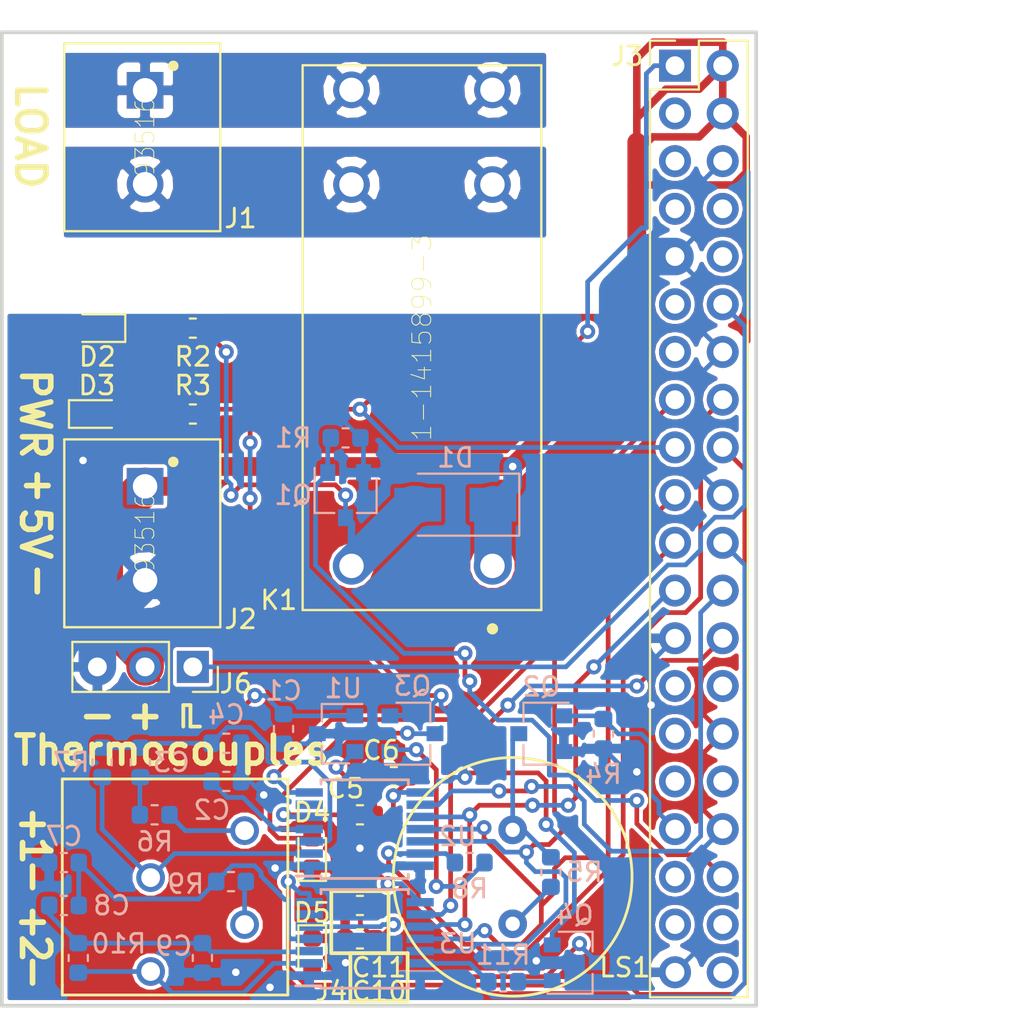
<source format=kicad_pcb>
(kicad_pcb (version 20171130) (host pcbnew 5.0.0)
  (layers (0 F.Cu signal) (31 B.Cu signal) (34 B.Paste user) (35 F.Paste user) (36 B.SilkS user) (37 F.SilkS user) (38 B.Mask user) (39 F.Mask user) (44 Edge.Cuts user))
  (net 0 "")
  (net 1 +5V)
  (net 2 GND)
  (net 3 "Net-(C2-Pad2)")
  (net 4 "Net-(C3-Pad2)")
  (net 5 +3.3VADC)
  (net 6 +3V3)
  (net 7 "Net-(C7-Pad2)")
  (net 8 "Net-(C8-Pad2)")
  (net 9 "Net-(D2-Pad1)")
  (net 10 "Net-(D4-Pad2)")
  (net 11 "Net-(D5-Pad2)")
  (net 12 "Net-(J1-Pad1)")
  (net 13 "Net-(J1-Pad2)")
  (net 14 "Net-(J3-Pad3)")
  (net 15 "Net-(J3-Pad5)")
  (net 16 "Net-(J3-Pad7)")
  (net 17 "Net-(J3-Pad8)")
  (net 18 "Net-(J3-Pad10)")
  (net 19 "Net-(J3-Pad11)")
  (net 20 /SERVO_PWM)
  (net 21 "Net-(J3-Pad13)")
  (net 22 /THERMO1_DRDY)
  (net 23 /THERMO1_FAULT)
  (net 24 /THERMO2_DRDY)
  (net 25 /THERMO_MOSI)
  (net 26 /THERMO_MISO)
  (net 27 /THERMO2_FAULT)
  (net 28 /THERMO_SCK)
  (net 29 /THERMO1_CS)
  (net 30 /THERMO2_CS)
  (net 31 "Net-(J3-Pad27)")
  (net 32 "Net-(J3-Pad28)")
  (net 33 "Net-(J3-Pad29)")
  (net 34 "Net-(J3-Pad31)")
  (net 35 "Net-(J3-Pad32)")
  (net 36 /BUZZER)
  (net 37 "Net-(J3-Pad35)")
  (net 38 /HEAT_ENABLE)
  (net 39 "Net-(J3-Pad37)")
  (net 40 "Net-(J3-Pad38)")
  (net 41 "Net-(J3-Pad40)")
  (net 42 "Net-(LS1-Pad1)")
  (net 43 "Net-(U2-Pad6)")
  (net 44 "Net-(U3-Pad6)")
  (net 45 "Net-(D1-Pad2)")
  (net 46 /Thermocouple2/T-)
  (net 47 /Thermocouple2/T+)
  (net 48 /Thermocouple1/T-)
  (net 49 /Thermocouple1/T+)
  (net 50 "Net-(LS1-Pad2)")
  (net 51 "Net-(Q3-Pad1)")
  (net 52 "Net-(Q4-Pad1)")
  (net 53 "Net-(D3-Pad2)")
  (module 1-1415899-3:RELAY_1-1415899-3 (layer F.Cu) (at 143.51 89.408 90)
    (fp_text reference K1 (at -13.97 -7.62 180) (layer F.SilkS))
    (fp_text value 1-1415899-3 (at 0 0 90) (layer F.SilkS) (effects (font (size 1.00198 1.00198) (thickness 0.05))))
    (pad 14_1 thru_hole circle (at 13.19 3.75 90) (size 1.95 1.95) (drill 1.3) (layers *.Cu *.Mask) (net 12 "Net-(J1-Pad1)"))
    (pad 11_2 thru_hole circle (at 8.15 -3.75 90) (size 1.95 1.95) (drill 1.3) (layers *.Cu *.Mask) (net 13 "Net-(J1-Pad2)"))
    (pad 11_1 thru_hole circle (at 8.15 3.75 90) (size 1.95 1.95) (drill 1.3) (layers *.Cu *.Mask) (net 13 "Net-(J1-Pad2)"))
    (pad 14_2 thru_hole circle (at 13.19 -3.75 90) (size 1.95 1.95) (drill 1.3) (layers *.Cu *.Mask) (net 12 "Net-(J1-Pad1)"))
    (pad A1 thru_hole circle (at -12.15 3.75 90) (size 1.95 1.95) (drill 1.3) (layers *.Cu *.Mask) (net 1 +5V))
    (pad A2 thru_hole circle (at -12.15 -3.75 90) (size 1.95 1.95) (drill 1.3) (layers *.Cu *.Mask) (net 45 "Net-(D1-Pad2)"))
  )
  (module Package_TO_SOT_SMD:SC-59 (layer B.Cu) (at 151.638 122.682)
    (fp_text reference Q4 (at 0 -2.54) (layer B.SilkS) (effects (justify mirror)))
    (fp_text value Q_PNP_BEC)
    (pad 3 smd rect (at 1.2 0) (size 0.9 0.8) (layers B.Cu B.Paste B.Mask) (net 11 "Net-(D5-Pad2)"))
    (pad 2 smd rect (at -1.2 -0.95) (size 0.9 0.8) (layers B.Cu B.Paste B.Mask) (net 6 +3V3))
    (pad 1 smd rect (at -1.2 0.95) (size 0.9 0.8) (layers B.Cu B.Paste B.Mask) (net 52 "Net-(Q4-Pad1)"))
  )
  (module Capacitor_SMD:C_0603_1608Metric (layer B.Cu) (at 136.144 110.236 90)
    (fp_text reference C1 (at 2.032 0 180) (layer B.SilkS) (effects (justify mirror)))
    (fp_text value 0.1uF)
    (pad 2 smd roundrect (at 0.7875 0 90) (size 0.875 0.95) (layers B.Cu B.Paste B.Mask) (net 1 +5V))
    (pad 1 smd roundrect (at -0.7875 0 90) (size 0.875 0.95) (layers B.Cu B.Paste B.Mask) (net 2 GND))
  )
  (module Capacitor_SMD:C_0603_1608Metric (layer B.Cu) (at 133.096 113.03 180)
    (fp_text reference C2 (at 0.762 -1.524 180) (layer B.SilkS) (effects (justify mirror)))
    (fp_text value 0.01uF)
    (pad 2 smd roundrect (at 0.7875 0 180) (size 0.875 0.95) (layers B.Cu B.Paste B.Mask) (net 3 "Net-(C2-Pad2)"))
    (pad 1 smd roundrect (at -0.7875 0 180) (size 0.875 0.95) (layers B.Cu B.Paste B.Mask) (net 2 GND))
  )
  (module Capacitor_SMD:C_0603_1608Metric (layer B.Cu) (at 128.524 112.014 90)
    (fp_text reference C3 (at 0 1.651 180) (layer B.SilkS) (effects (justify mirror)))
    (fp_text value 0.1uF)
    (pad 2 smd roundrect (at 0.7875 0 90) (size 0.875 0.95) (layers B.Cu B.Paste B.Mask) (net 4 "Net-(C3-Pad2)"))
    (pad 1 smd roundrect (at -0.7875 0 90) (size 0.875 0.95) (layers B.Cu B.Paste B.Mask) (net 3 "Net-(C2-Pad2)"))
  )
  (module Capacitor_SMD:C_0603_1608Metric (layer B.Cu) (at 133.096 110.998)
    (fp_text reference C4 (at 0 -1.524) (layer B.SilkS) (effects (justify mirror)))
    (fp_text value 0.01uF)
    (pad 2 smd roundrect (at 0.7875 0) (size 0.875 0.95) (layers B.Cu B.Paste B.Mask) (net 2 GND))
    (pad 1 smd roundrect (at -0.7875 0) (size 0.875 0.95) (layers B.Cu B.Paste B.Mask) (net 4 "Net-(C3-Pad2)"))
  )
  (module Capacitor_SMD:C_0603_1608Metric (layer F.Cu) (at 140.208 114.808 180)
    (fp_text reference C5 (at 0.762 1.397 180) (layer F.SilkS))
    (fp_text value 0.1uF)
    (pad 2 smd roundrect (at 0.7875 0 180) (size 0.875 0.95) (layers F.Cu F.Paste F.Mask) (net 5 +3.3VADC))
    (pad 1 smd roundrect (at -0.7875 0 180) (size 0.875 0.95) (layers F.Cu F.Paste F.Mask) (net 2 GND))
  )
  (module Capacitor_SMD:C_0603_1608Metric (layer F.Cu) (at 142.0115 112.776 180)
    (fp_text reference C6 (at 0.6605 1.397 180) (layer F.SilkS))
    (fp_text value 0.1uF)
    (pad 2 smd roundrect (at 0.7875 0 180) (size 0.875 0.95) (layers F.Cu F.Paste F.Mask) (net 2 GND))
    (pad 1 smd roundrect (at -0.7875 0 180) (size 0.875 0.95) (layers F.Cu F.Paste F.Mask) (net 6 +3V3))
  )
  (module Capacitor_SMD:C_0603_1608Metric (layer B.Cu) (at 124.46 117.348)
    (fp_text reference C7 (at 0 -1.397) (layer B.SilkS) (effects (justify mirror)))
    (fp_text value 0.01uF)
    (pad 2 smd roundrect (at 0.7875 0) (size 0.875 0.95) (layers B.Cu B.Paste B.Mask) (net 7 "Net-(C7-Pad2)"))
    (pad 1 smd roundrect (at -0.7875 0) (size 0.875 0.95) (layers B.Cu B.Paste B.Mask) (net 2 GND))
  )
  (module Capacitor_SMD:C_0603_1608Metric (layer B.Cu) (at 124.46 119.634 180)
    (fp_text reference C8 (at -2.54 0 180) (layer B.SilkS) (effects (justify mirror)))
    (fp_text value 0.1uF)
    (pad 2 smd roundrect (at 0.7875 0 180) (size 0.875 0.95) (layers B.Cu B.Paste B.Mask) (net 8 "Net-(C8-Pad2)"))
    (pad 1 smd roundrect (at -0.7875 0 180) (size 0.875 0.95) (layers B.Cu B.Paste B.Mask) (net 7 "Net-(C7-Pad2)"))
  )
  (module Capacitor_SMD:C_0603_1608Metric (layer B.Cu) (at 131.826 122.428 270)
    (fp_text reference C9 (at -0.635 1.524) (layer B.SilkS) (effects (justify mirror)))
    (fp_text value 0.01uF)
    (pad 2 smd roundrect (at 0.7875 0 270) (size 0.875 0.95) (layers B.Cu B.Paste B.Mask) (net 2 GND))
    (pad 1 smd roundrect (at -0.7875 0 270) (size 0.875 0.95) (layers B.Cu B.Paste B.Mask) (net 8 "Net-(C8-Pad2)"))
  )
  (module Capacitor_SMD:C_0603_1608Metric (layer F.Cu) (at 140.208 121.412)
    (fp_text reference C10 (at 1.016 2.794 180) (layer F.SilkS))
    (fp_text value 0.1uF)
    (pad 2 smd roundrect (at 0.7875 0) (size 0.875 0.95) (layers F.Cu F.Paste F.Mask) (net 5 +3.3VADC))
    (pad 1 smd roundrect (at -0.7875 0) (size 0.875 0.95) (layers F.Cu F.Paste F.Mask) (net 2 GND))
  )
  (module Capacitor_SMD:C_0603_1608Metric (layer F.Cu) (at 140.208 119.634 180)
    (fp_text reference C11 (at -1.016 -3.302 180) (layer F.SilkS))
    (fp_text value 0.1uF)
    (pad 2 smd roundrect (at 0.7875 0 180) (size 0.875 0.95) (layers F.Cu F.Paste F.Mask) (net 2 GND))
    (pad 1 smd roundrect (at -0.7875 0 180) (size 0.875 0.95) (layers F.Cu F.Paste F.Mask) (net 6 +3V3))
  )
  (module Diode_SMD:D_SMA (layer B.Cu) (at 145.288 98.298 180)
    (fp_text reference D1 (at 0 2.5 180) (layer B.SilkS) (effects (justify mirror)))
    (fp_text value "400V 1A")
    (pad 2 smd rect (at 2 0 180) (size 2.5 1.8) (layers B.Cu B.Paste B.Mask) (net 45 "Net-(D1-Pad2)"))
    (pad 1 smd rect (at -2 0 180) (size 2.5 1.8) (layers B.Cu B.Paste B.Mask) (net 1 +5V))
  )
  (module Diode_SMD:D_0603_1608Metric (layer F.Cu) (at 126.238 88.9 180)
    (fp_text reference D2 (at 0 -1.524 180) (layer F.SilkS))
    (fp_text value RED)
    (pad 2 smd roundrect (at 0.7875 0 180) (size 0.875 0.95) (layers F.Cu F.Paste F.Mask) (net 1 +5V))
    (pad 1 smd roundrect (at -0.7875 0 180) (size 0.875 0.95) (layers F.Cu F.Paste F.Mask) (net 9 "Net-(D2-Pad1)"))
  )
  (module Diode_SMD:D_0603_1608Metric (layer F.Cu) (at 126.2125 93.472)
    (fp_text reference D3 (at 0 -1.524) (layer F.SilkS))
    (fp_text value GREEN)
    (pad 2 smd roundrect (at 0.7875 0) (size 0.875 0.95) (layers F.Cu F.Paste F.Mask) (net 53 "Net-(D3-Pad2)"))
    (pad 1 smd roundrect (at -0.7875 0) (size 0.875 0.95) (layers F.Cu F.Paste F.Mask) (net 2 GND))
  )
  (module Diode_SMD:D_0603_1608Metric (layer F.Cu) (at 137.668 116.84 90)
    (fp_text reference D4 (at 2.159 0 180) (layer F.SilkS))
    (fp_text value RED)
    (pad 2 smd roundrect (at 0.7875 0 90) (size 0.875 0.95) (layers F.Cu F.Paste F.Mask) (net 10 "Net-(D4-Pad2)"))
    (pad 1 smd roundrect (at -0.7875 0 90) (size 0.875 0.95) (layers F.Cu F.Paste F.Mask) (net 2 GND))
  )
  (module Diode_SMD:D_0603_1608Metric (layer F.Cu) (at 137.668 122.174 270)
    (fp_text reference D5 (at -2.159 0) (layer F.SilkS))
    (fp_text value RED)
    (pad 2 smd roundrect (at 0.7875 0 270) (size 0.875 0.95) (layers F.Cu F.Paste F.Mask) (net 11 "Net-(D5-Pad2)"))
    (pad 1 smd roundrect (at -0.7875 0 270) (size 0.875 0.95) (layers F.Cu F.Paste F.Mask) (net 2 GND))
  )
  (module 1935161:PHOENIX_1935161 (layer F.Cu) (at 128.778 78.74 270)
    (fp_text reference J1 (at 4.318 -5.08) (layer F.SilkS))
    (fp_text value 1935161 (at 0 0 270) (layer F.SilkS) (effects (font (size 1 0.9) (thickness 0.05))))
    (pad 1 thru_hole rect (at -2.5 0 270) (size 1.95 1.95) (drill 1.3) (layers *.Cu *.Mask) (net 12 "Net-(J1-Pad1)"))
    (pad 2 thru_hole circle (at 2.5 0 270) (size 1.95 1.95) (drill 1.3) (layers *.Cu *.Mask) (net 13 "Net-(J1-Pad2)"))
  )
  (module 1935161:PHOENIX_1935161 (layer F.Cu) (at 128.778 99.822 270)
    (fp_text reference J2 (at 4.572 -5.08) (layer F.SilkS))
    (fp_text value 1935161 (at 0 0 270) (layer F.SilkS) (effects (font (size 1 0.9) (thickness 0.05))))
    (pad 1 thru_hole rect (at -2.5 0 270) (size 1.95 1.95) (drill 1.3) (layers *.Cu *.Mask) (net 1 +5V))
    (pad 2 thru_hole circle (at 2.5 0 270) (size 1.95 1.95) (drill 1.3) (layers *.Cu *.Mask) (net 2 GND))
  )
  (module Connector_PinHeader_2.54mm:PinHeader_2x20_P2.54mm_Vertical (layer F.Cu) (at 156.972 74.93)
    (fp_text reference J3 (at -2.54 -0.508) (layer F.SilkS))
    (fp_text value Raspberry_Pi_2_3)
    (pad 40 thru_hole oval (at 2.54 48.26) (size 1.7 1.7) (drill 1) (layers *.Cu *.Mask) (net 41 "Net-(J3-Pad40)"))
    (pad 39 thru_hole oval (at 0 48.26) (size 1.7 1.7) (drill 1) (layers *.Cu *.Mask) (net 2 GND))
    (pad 38 thru_hole oval (at 2.54 45.72) (size 1.7 1.7) (drill 1) (layers *.Cu *.Mask) (net 40 "Net-(J3-Pad38)"))
    (pad 37 thru_hole oval (at 0 45.72) (size 1.7 1.7) (drill 1) (layers *.Cu *.Mask) (net 39 "Net-(J3-Pad37)"))
    (pad 36 thru_hole oval (at 2.54 43.18) (size 1.7 1.7) (drill 1) (layers *.Cu *.Mask) (net 38 /HEAT_ENABLE))
    (pad 35 thru_hole oval (at 0 43.18) (size 1.7 1.7) (drill 1) (layers *.Cu *.Mask) (net 37 "Net-(J3-Pad35)"))
    (pad 34 thru_hole oval (at 2.54 40.64) (size 1.7 1.7) (drill 1) (layers *.Cu *.Mask) (net 2 GND))
    (pad 33 thru_hole oval (at 0 40.64) (size 1.7 1.7) (drill 1) (layers *.Cu *.Mask) (net 36 /BUZZER))
    (pad 32 thru_hole oval (at 2.54 38.1) (size 1.7 1.7) (drill 1) (layers *.Cu *.Mask) (net 35 "Net-(J3-Pad32)"))
    (pad 31 thru_hole oval (at 0 38.1) (size 1.7 1.7) (drill 1) (layers *.Cu *.Mask) (net 34 "Net-(J3-Pad31)"))
    (pad 30 thru_hole oval (at 2.54 35.56) (size 1.7 1.7) (drill 1) (layers *.Cu *.Mask) (net 2 GND))
    (pad 29 thru_hole oval (at 0 35.56) (size 1.7 1.7) (drill 1) (layers *.Cu *.Mask) (net 33 "Net-(J3-Pad29)"))
    (pad 28 thru_hole oval (at 2.54 33.02) (size 1.7 1.7) (drill 1) (layers *.Cu *.Mask) (net 32 "Net-(J3-Pad28)"))
    (pad 27 thru_hole oval (at 0 33.02) (size 1.7 1.7) (drill 1) (layers *.Cu *.Mask) (net 31 "Net-(J3-Pad27)"))
    (pad 26 thru_hole oval (at 2.54 30.48) (size 1.7 1.7) (drill 1) (layers *.Cu *.Mask) (net 30 /THERMO2_CS))
    (pad 25 thru_hole oval (at 0 30.48) (size 1.7 1.7) (drill 1) (layers *.Cu *.Mask) (net 2 GND))
    (pad 24 thru_hole oval (at 2.54 27.94) (size 1.7 1.7) (drill 1) (layers *.Cu *.Mask) (net 29 /THERMO1_CS))
    (pad 23 thru_hole oval (at 0 27.94) (size 1.7 1.7) (drill 1) (layers *.Cu *.Mask) (net 28 /THERMO_SCK))
    (pad 22 thru_hole oval (at 2.54 25.4) (size 1.7 1.7) (drill 1) (layers *.Cu *.Mask) (net 27 /THERMO2_FAULT))
    (pad 21 thru_hole oval (at 0 25.4) (size 1.7 1.7) (drill 1) (layers *.Cu *.Mask) (net 26 /THERMO_MISO))
    (pad 20 thru_hole oval (at 2.54 22.86) (size 1.7 1.7) (drill 1) (layers *.Cu *.Mask) (net 2 GND))
    (pad 19 thru_hole oval (at 0 22.86) (size 1.7 1.7) (drill 1) (layers *.Cu *.Mask) (net 25 /THERMO_MOSI))
    (pad 18 thru_hole oval (at 2.54 20.32) (size 1.7 1.7) (drill 1) (layers *.Cu *.Mask) (net 24 /THERMO2_DRDY))
    (pad 17 thru_hole oval (at 0 20.32) (size 1.7 1.7) (drill 1) (layers *.Cu *.Mask) (net 6 +3V3))
    (pad 16 thru_hole oval (at 2.54 17.78) (size 1.7 1.7) (drill 1) (layers *.Cu *.Mask) (net 23 /THERMO1_FAULT))
    (pad 15 thru_hole oval (at 0 17.78) (size 1.7 1.7) (drill 1) (layers *.Cu *.Mask) (net 22 /THERMO1_DRDY))
    (pad 14 thru_hole oval (at 2.54 15.24) (size 1.7 1.7) (drill 1) (layers *.Cu *.Mask) (net 2 GND))
    (pad 13 thru_hole oval (at 0 15.24) (size 1.7 1.7) (drill 1) (layers *.Cu *.Mask) (net 21 "Net-(J3-Pad13)"))
    (pad 12 thru_hole oval (at 2.54 12.7) (size 1.7 1.7) (drill 1) (layers *.Cu *.Mask) (net 20 /SERVO_PWM))
    (pad 11 thru_hole oval (at 0 12.7) (size 1.7 1.7) (drill 1) (layers *.Cu *.Mask) (net 19 "Net-(J3-Pad11)"))
    (pad 10 thru_hole oval (at 2.54 10.16) (size 1.7 1.7) (drill 1) (layers *.Cu *.Mask) (net 18 "Net-(J3-Pad10)"))
    (pad 9 thru_hole oval (at 0 10.16) (size 1.7 1.7) (drill 1) (layers *.Cu *.Mask) (net 2 GND))
    (pad 8 thru_hole oval (at 2.54 7.62) (size 1.7 1.7) (drill 1) (layers *.Cu *.Mask) (net 17 "Net-(J3-Pad8)"))
    (pad 7 thru_hole oval (at 0 7.62) (size 1.7 1.7) (drill 1) (layers *.Cu *.Mask) (net 16 "Net-(J3-Pad7)"))
    (pad 6 thru_hole oval (at 2.54 5.08) (size 1.7 1.7) (drill 1) (layers *.Cu *.Mask) (net 2 GND))
    (pad 5 thru_hole oval (at 0 5.08) (size 1.7 1.7) (drill 1) (layers *.Cu *.Mask) (net 15 "Net-(J3-Pad5)"))
    (pad 4 thru_hole oval (at 2.54 2.54) (size 1.7 1.7) (drill 1) (layers *.Cu *.Mask) (net 1 +5V))
    (pad 3 thru_hole oval (at 0 2.54) (size 1.7 1.7) (drill 1) (layers *.Cu *.Mask) (net 14 "Net-(J3-Pad3)"))
    (pad 2 thru_hole oval (at 2.54 0) (size 1.7 1.7) (drill 1) (layers *.Cu *.Mask) (net 1 +5V))
    (pad 1 thru_hole rect (at 0 0) (size 1.7 1.7) (drill 1) (layers *.Cu *.Mask) (net 6 +3V3))
  )
  (module 1990025:1990025 (layer F.Cu) (at 131.572 120.65 270)
    (fp_text reference J4 (at 3.556 -7.112) (layer F.SilkS))
    (fp_text value Conn_01x04)
    (pad 4 thru_hole circle (at -5 -2.5 270) (size 1.524 1.524) (drill 1) (layers *.Cu *.Mask) (net 49 /Thermocouple1/T+))
    (pad 3 thru_hole circle (at -2.5 2.5 270) (size 1.524 1.524) (drill 1) (layers *.Cu *.Mask) (net 48 /Thermocouple1/T-))
    (pad 2 thru_hole circle (at 0 -2.5 270) (size 1.524 1.524) (drill 1) (layers *.Cu *.Mask) (net 47 /Thermocouple2/T+))
    (pad 1 thru_hole circle (at 2.5 2.5 270) (size 1.524 1.524) (drill 1) (layers *.Cu *.Mask) (net 46 /Thermocouple2/T-))
  )
  (module Connector_PinSocket_2.54mm:PinSocket_1x03_P2.54mm_Vertical (layer F.Cu) (at 131.318 106.934 270)
    (fp_text reference J6 (at 0.889 -2.286) (layer F.SilkS))
    (fp_text value Conn_01x03)
    (pad 3 thru_hole oval (at 0 5.08 270) (size 1.7 1.7) (drill 1) (layers *.Cu *.Mask) (net 2 GND))
    (pad 2 thru_hole oval (at 0 2.54 270) (size 1.7 1.7) (drill 1) (layers *.Cu *.Mask) (net 1 +5V))
    (pad 1 thru_hole rect (at 0 0 270) (size 1.7 1.7) (drill 1) (layers *.Cu *.Mask) (net 20 /SERVO_PWM))
  )
  (module PS12:PS12 (layer F.Cu) (at 148.336 118.11 90)
    (fp_text reference LS1 (at -4.826 5.969 180) (layer F.SilkS))
    (fp_text value Speaker)
    (pad 2 thru_hole circle (at 2.5 0 90) (size 1.524 1.524) (drill 0.762) (layers *.Cu *.Mask) (net 50 "Net-(LS1-Pad2)"))
    (pad 1 thru_hole circle (at -2.5 0 90) (size 1.524 1.524) (drill 0.762) (layers *.Cu *.Mask) (net 42 "Net-(LS1-Pad1)"))
  )
  (module Package_TO_SOT_SMD:SC-59 (layer B.Cu) (at 139.446 97.79 270)
    (fp_text reference Q1 (at 0 2.794) (layer B.SilkS) (effects (justify mirror)))
    (fp_text value Q_NMOS_GSD)
    (pad 3 smd rect (at 1.2 0 270) (size 0.9 0.8) (layers B.Cu B.Paste B.Mask) (net 45 "Net-(D1-Pad2)"))
    (pad 2 smd rect (at -1.2 -0.95 270) (size 0.9 0.8) (layers B.Cu B.Paste B.Mask) (net 2 GND))
    (pad 1 smd rect (at -1.2 0.95 270) (size 0.9 0.8) (layers B.Cu B.Paste B.Mask) (net 38 /HEAT_ENABLE))
  )
  (module Package_TO_SOT_SMD:SC-59 (layer B.Cu) (at 149.86 110.49 180)
    (fp_text reference Q2 (at 0 2.5 180) (layer B.SilkS) (effects (justify mirror)))
    (fp_text value Q_NMOS_GSD)
    (pad 3 smd rect (at 1.2 0 180) (size 0.9 0.8) (layers B.Cu B.Paste B.Mask) (net 50 "Net-(LS1-Pad2)"))
    (pad 2 smd rect (at -1.2 -0.95 180) (size 0.9 0.8) (layers B.Cu B.Paste B.Mask) (net 2 GND))
    (pad 1 smd rect (at -1.2 0.95 180) (size 0.9 0.8) (layers B.Cu B.Paste B.Mask) (net 36 /BUZZER))
  )
  (module Package_TO_SOT_SMD:SC-59 (layer B.Cu) (at 143.002 110.49)
    (fp_text reference Q3 (at 0 -2.54) (layer B.SilkS) (effects (justify mirror)))
    (fp_text value Q_PNP_BEC)
    (pad 3 smd rect (at 1.2 0) (size 0.9 0.8) (layers B.Cu B.Paste B.Mask) (net 10 "Net-(D4-Pad2)"))
    (pad 2 smd rect (at -1.2 -0.95) (size 0.9 0.8) (layers B.Cu B.Paste B.Mask) (net 6 +3V3))
    (pad 1 smd rect (at -1.2 0.95) (size 0.9 0.8) (layers B.Cu B.Paste B.Mask) (net 51 "Net-(Q3-Pad1)"))
  )
  (module Resistor_SMD:R_0603_1608Metric (layer B.Cu) (at 139.446 94.742)
    (fp_text reference R1 (at -2.794 0) (layer B.SilkS) (effects (justify mirror)))
    (fp_text value 10K)
    (pad 2 smd roundrect (at 0.7875 0) (size 0.875 0.95) (layers B.Cu B.Paste B.Mask) (net 2 GND))
    (pad 1 smd roundrect (at -0.7875 0) (size 0.875 0.95) (layers B.Cu B.Paste B.Mask) (net 38 /HEAT_ENABLE))
  )
  (module Resistor_SMD:R_0603_1608Metric (layer F.Cu) (at 131.318 88.9 180)
    (fp_text reference R2 (at 0 -1.524 180) (layer F.SilkS))
    (fp_text value 1K)
    (pad 2 smd roundrect (at 0.7875 0 180) (size 0.875 0.95) (layers F.Cu F.Paste F.Mask) (net 9 "Net-(D2-Pad1)"))
    (pad 1 smd roundrect (at -0.7875 0 180) (size 0.875 0.95) (layers F.Cu F.Paste F.Mask) (net 45 "Net-(D1-Pad2)"))
  )
  (module Resistor_SMD:R_0603_1608Metric (layer F.Cu) (at 131.318 93.472)
    (fp_text reference R3 (at 0 -1.524) (layer F.SilkS))
    (fp_text value 260)
    (pad 2 smd roundrect (at 0.7875 0) (size 0.875 0.95) (layers F.Cu F.Paste F.Mask) (net 6 +3V3))
    (pad 1 smd roundrect (at -0.7875 0) (size 0.875 0.95) (layers F.Cu F.Paste F.Mask) (net 53 "Net-(D3-Pad2)"))
  )
  (module Resistor_SMD:R_0603_1608Metric (layer B.Cu) (at 153.162 110.49 270)
    (fp_text reference R4 (at 2.159 0) (layer B.SilkS) (effects (justify mirror)))
    (fp_text value 10K)
    (pad 2 smd roundrect (at 0.7875 0 270) (size 0.875 0.95) (layers B.Cu B.Paste B.Mask) (net 2 GND))
    (pad 1 smd roundrect (at -0.7875 0 270) (size 0.875 0.95) (layers B.Cu B.Paste B.Mask) (net 36 /BUZZER))
  )
  (module Resistor_SMD:R_0603_1608Metric (layer B.Cu) (at 150.368 117.856 90)
    (fp_text reference R5 (at 0 1.778 180) (layer B.SilkS) (effects (justify mirror)))
    (fp_text value 1K)
    (pad 2 smd roundrect (at 0.7875 0 90) (size 0.875 0.95) (layers B.Cu B.Paste B.Mask) (net 50 "Net-(LS1-Pad2)"))
    (pad 1 smd roundrect (at -0.7875 0 90) (size 0.875 0.95) (layers B.Cu B.Paste B.Mask) (net 42 "Net-(LS1-Pad1)"))
  )
  (module Resistor_SMD:R_0603_1608Metric (layer B.Cu) (at 129.286 114.808)
    (fp_text reference R6 (at 0 1.43) (layer B.SilkS) (effects (justify mirror)))
    (fp_text value 100)
    (pad 2 smd roundrect (at 0.7875 0) (size 0.875 0.95) (layers B.Cu B.Paste B.Mask) (net 49 /Thermocouple1/T+))
    (pad 1 smd roundrect (at -0.7875 0) (size 0.875 0.95) (layers B.Cu B.Paste B.Mask) (net 3 "Net-(C2-Pad2)"))
  )
  (module Resistor_SMD:R_0603_1608Metric (layer B.Cu) (at 126.492 112.014 270)
    (fp_text reference R7 (at 0 1.651) (layer B.SilkS) (effects (justify mirror)))
    (fp_text value 100)
    (pad 2 smd roundrect (at 0.7875 0 270) (size 0.875 0.95) (layers B.Cu B.Paste B.Mask) (net 48 /Thermocouple1/T-))
    (pad 1 smd roundrect (at -0.7875 0 270) (size 0.875 0.95) (layers B.Cu B.Paste B.Mask) (net 4 "Net-(C3-Pad2)"))
  )
  (module Resistor_SMD:R_0603_1608Metric (layer B.Cu) (at 146.05 117.348 180)
    (fp_text reference R8 (at 0 -1.397 180) (layer B.SilkS) (effects (justify mirror)))
    (fp_text value 47k)
    (pad 2 smd roundrect (at 0.7875 0 180) (size 0.875 0.95) (layers B.Cu B.Paste B.Mask) (net 23 /THERMO1_FAULT))
    (pad 1 smd roundrect (at -0.7875 0 180) (size 0.875 0.95) (layers B.Cu B.Paste B.Mask) (net 51 "Net-(Q3-Pad1)"))
  )
  (module Resistor_SMD:R_0603_1608Metric (layer B.Cu) (at 133.35 118.364)
    (fp_text reference R9 (at -2.413 0.127) (layer B.SilkS) (effects (justify mirror)))
    (fp_text value 100)
    (pad 2 smd roundrect (at 0.7875 0) (size 0.875 0.95) (layers B.Cu B.Paste B.Mask) (net 47 /Thermocouple2/T+))
    (pad 1 smd roundrect (at -0.7875 0) (size 0.875 0.95) (layers B.Cu B.Paste B.Mask) (net 7 "Net-(C7-Pad2)"))
  )
  (module Resistor_SMD:R_0603_1608Metric (layer B.Cu) (at 125.222 122.428 270)
    (fp_text reference R10 (at -0.762 -2.159) (layer B.SilkS) (effects (justify mirror)))
    (fp_text value 100)
    (pad 2 smd roundrect (at 0.7875 0 270) (size 0.875 0.95) (layers B.Cu B.Paste B.Mask) (net 46 /Thermocouple2/T-))
    (pad 1 smd roundrect (at -0.7875 0 270) (size 0.875 0.95) (layers B.Cu B.Paste B.Mask) (net 8 "Net-(C8-Pad2)"))
  )
  (module Resistor_SMD:R_0603_1608Metric (layer B.Cu) (at 147.828 123.698 180)
    (fp_text reference R11 (at 0 1.43 180) (layer B.SilkS) (effects (justify mirror)))
    (fp_text value 47k)
    (pad 2 smd roundrect (at 0.7875 0 180) (size 0.875 0.95) (layers B.Cu B.Paste B.Mask) (net 27 /THERMO2_FAULT))
    (pad 1 smd roundrect (at -0.7875 0 180) (size 0.875 0.95) (layers B.Cu B.Paste B.Mask) (net 52 "Net-(Q4-Pad1)"))
  )
  (module Package_TO_SOT_SMD:SOT-23 (layer B.Cu) (at 138.938 110.49 180)
    (fp_text reference U1 (at -0.381 2.413 180) (layer B.SilkS) (effects (justify mirror)))
    (fp_text value "3.3V Ref")
    (pad 3 smd rect (at 1 0 180) (size 0.9 0.8) (layers B.Cu B.Paste B.Mask) (net 2 GND))
    (pad 2 smd rect (at -1 -0.95 180) (size 0.9 0.8) (layers B.Cu B.Paste B.Mask) (net 5 +3.3VADC))
    (pad 1 smd rect (at -1 0.95 180) (size 0.9 0.8) (layers B.Cu B.Paste B.Mask) (net 1 +5V))
  )
  (module Package_SO:TSSOP-14_4.4x5mm_P0.65mm (layer B.Cu) (at 140.462 115.57)
    (fp_text reference U2 (at 4.953 0.381) (layer B.SilkS) (effects (justify mirror)))
    (fp_text value MAX31856)
    (pad 14 smd rect (at 2.95 1.95) (size 1.45 0.45) (layers B.Cu B.Paste B.Mask) (net 2 GND))
    (pad 13 smd rect (at 2.95 1.3) (size 1.45 0.45) (layers B.Cu B.Paste B.Mask) (net 23 /THERMO1_FAULT))
    (pad 12 smd rect (at 2.95 0.65) (size 1.45 0.45) (layers B.Cu B.Paste B.Mask) (net 25 /THERMO_MOSI))
    (pad 11 smd rect (at 2.95 0) (size 1.45 0.45) (layers B.Cu B.Paste B.Mask) (net 26 /THERMO_MISO))
    (pad 10 smd rect (at 2.95 -0.65) (size 1.45 0.45) (layers B.Cu B.Paste B.Mask) (net 28 /THERMO_SCK))
    (pad 9 smd rect (at 2.95 -1.3) (size 1.45 0.45) (layers B.Cu B.Paste B.Mask) (net 29 /THERMO1_CS))
    (pad 8 smd rect (at 2.95 -1.95) (size 1.45 0.45) (layers B.Cu B.Paste B.Mask) (net 6 +3V3))
    (pad 7 smd rect (at -2.95 -1.95) (size 1.45 0.45) (layers B.Cu B.Paste B.Mask) (net 22 /THERMO1_DRDY))
    (pad 6 smd rect (at -2.95 -1.3) (size 1.45 0.45) (layers B.Cu B.Paste B.Mask) (net 43 "Net-(U2-Pad6)"))
    (pad 5 smd rect (at -2.95 -0.65) (size 1.45 0.45) (layers B.Cu B.Paste B.Mask) (net 5 +3.3VADC))
    (pad 4 smd rect (at -2.95 0) (size 1.45 0.45) (layers B.Cu B.Paste B.Mask) (net 3 "Net-(C2-Pad2)"))
    (pad 3 smd rect (at -2.95 0.65) (size 1.45 0.45) (layers B.Cu B.Paste B.Mask) (net 4 "Net-(C3-Pad2)"))
    (pad 2 smd rect (at -2.95 1.3) (size 1.45 0.45) (layers B.Cu B.Paste B.Mask) (net 48 /Thermocouple1/T-))
    (pad 1 smd rect (at -2.95 1.95) (size 1.45 0.45) (layers B.Cu B.Paste B.Mask) (net 2 GND))
  )
  (module Package_SO:TSSOP-14_4.4x5mm_P0.65mm (layer B.Cu) (at 140.462 121.412)
    (fp_text reference U3 (at 4.953 0.254) (layer B.SilkS) (effects (justify mirror)))
    (fp_text value MAX31856)
    (pad 14 smd rect (at 2.95 1.95) (size 1.45 0.45) (layers B.Cu B.Paste B.Mask) (net 2 GND))
    (pad 13 smd rect (at 2.95 1.3) (size 1.45 0.45) (layers B.Cu B.Paste B.Mask) (net 27 /THERMO2_FAULT))
    (pad 12 smd rect (at 2.95 0.65) (size 1.45 0.45) (layers B.Cu B.Paste B.Mask) (net 25 /THERMO_MOSI))
    (pad 11 smd rect (at 2.95 0) (size 1.45 0.45) (layers B.Cu B.Paste B.Mask) (net 26 /THERMO_MISO))
    (pad 10 smd rect (at 2.95 -0.65) (size 1.45 0.45) (layers B.Cu B.Paste B.Mask) (net 28 /THERMO_SCK))
    (pad 9 smd rect (at 2.95 -1.3) (size 1.45 0.45) (layers B.Cu B.Paste B.Mask) (net 30 /THERMO2_CS))
    (pad 8 smd rect (at 2.95 -1.95) (size 1.45 0.45) (layers B.Cu B.Paste B.Mask) (net 6 +3V3))
    (pad 7 smd rect (at -2.95 -1.95) (size 1.45 0.45) (layers B.Cu B.Paste B.Mask) (net 24 /THERMO2_DRDY))
    (pad 6 smd rect (at -2.95 -1.3) (size 1.45 0.45) (layers B.Cu B.Paste B.Mask) (net 44 "Net-(U3-Pad6)"))
    (pad 5 smd rect (at -2.95 -0.65) (size 1.45 0.45) (layers B.Cu B.Paste B.Mask) (net 5 +3.3VADC))
    (pad 4 smd rect (at -2.95 0) (size 1.45 0.45) (layers B.Cu B.Paste B.Mask) (net 7 "Net-(C7-Pad2)"))
    (pad 3 smd rect (at -2.95 0.65) (size 1.45 0.45) (layers B.Cu B.Paste B.Mask) (net 8 "Net-(C8-Pad2)"))
    (pad 2 smd rect (at -2.95 1.3) (size 1.45 0.45) (layers B.Cu B.Paste B.Mask) (net 46 /Thermocouple2/T-))
    (pad 1 smd rect (at -2.95 1.95) (size 1.45 0.45) (layers B.Cu B.Paste B.Mask) (net 2 GND))
  )
  (gr_line (start 142.748 122.174) (end 139.7 122.174) (layer F.SilkS) (width 0.2))
  (gr_line (start 142.748 124.714) (end 142.748 122.174) (layer F.SilkS) (width 0.2))
  (gr_line (start 139.7 124.714) (end 142.748 124.714) (layer F.SilkS) (width 0.2))
  (gr_line (start 139.7 122.174) (end 139.7 124.714) (layer F.SilkS) (width 0.2))
  (gr_line (start 141.732 118.872) (end 138.684 118.872) (layer F.SilkS) (width 0.2))
  (gr_line (start 141.732 122.174) (end 141.732 118.872) (layer F.SilkS) (width 0.2))
  (gr_line (start 138.684 122.174) (end 141.732 122.174) (layer F.SilkS) (width 0.2))
  (gr_line (start 138.684 118.872) (end 138.684 122.174) (layer F.SilkS) (width 0.2))
  (gr_text Thermocouples (at 130.175 111.379) (layer F.SilkS) (effects (font (size 1.5 1.5) (thickness 0.3))))
  (gr_text - (at 122.682 123.19 90) (layer F.SilkS) (effects (font (size 1.5 1.5) (thickness 0.3))))
  (gr_text + (at 122.682 120.523 90) (layer F.SilkS) (effects (font (size 1.5 1.5) (thickness 0.3))))
  (gr_text - (at 122.682 118.11 90) (layer F.SilkS) (effects (font (size 1.5 1.5) (thickness 0.3))))
  (gr_text + (at 122.682 115.316 90) (layer F.SilkS) (effects (font (size 1.5 1.5) (thickness 0.3))))
  (gr_text 2 (at 122.936 121.92 270) (layer F.SilkS) (effects (font (size 1.5 1.5) (thickness 0.3))))
  (gr_text 1 (at 122.936 116.713 270) (layer F.SilkS) (effects (font (size 1.5 1.5) (thickness 0.3))))
  (gr_line (start 130.81 109.22) (end 130.81 108.966) (layer F.SilkS) (width 0.2))
  (gr_line (start 131.191 108.966) (end 131.191 109.22) (layer F.SilkS) (width 0.2))
  (gr_line (start 130.81 108.966) (end 131.191 108.966) (layer F.SilkS) (width 0.2))
  (gr_line (start 131.191 110.109) (end 131.699 110.109) (layer F.SilkS) (width 0.2))
  (gr_line (start 131.191 109.22) (end 131.191 110.109) (layer F.SilkS) (width 0.2))
  (gr_line (start 130.81 110.109) (end 130.81 109.22) (layer F.SilkS) (width 0.2))
  (gr_line (start 121.158 122.428) (end 121.158 124.968) (layer Edge.Cuts) (width 0.2))
  (gr_text PWR (at 122.936 93.472 270) (layer F.SilkS) (effects (font (size 1.5 1.5) (thickness 0.3))))
  (gr_text + (at 128.778 109.474) (layer F.SilkS) (effects (font (size 1.5 1.5) (thickness 0.3))))
  (gr_text - (at 126.238 109.474) (layer F.SilkS) (effects (font (size 1.5 1.5) (thickness 0.3))))
  (gr_text - (at 122.936 102.362 90) (layer F.SilkS) (effects (font (size 1.5 1.5) (thickness 0.3))))
  (gr_text + (at 122.936 97.282 90) (layer F.SilkS) (effects (font (size 1.5 1.5) (thickness 0.3))))
  (gr_text 5V (at 122.936 99.822 270) (layer F.SilkS) (effects (font (size 1.5 1.5) (thickness 0.3))))
  (gr_text "LOAD " (at 122.682 79.248 270) (layer F.SilkS) (effects (font (size 1.5 1.5) (thickness 0.3))))
  (gr_line (start 161.29 124.968) (end 121.158 124.968) (layer Edge.Cuts) (width 0.2))
  (gr_line (start 121.158 73.152) (end 121.158 122.428) (layer Edge.Cuts) (width 0.2))
  (gr_line (start 161.29 73.152) (end 121.158 73.152) (layer Edge.Cuts) (width 0.2))
  (gr_line (start 161.29 124.968) (end 161.29 73.152) (layer Edge.Cuts) (width 0.2))
  (segment (start 147.288 101.53) (end 147.26 101.558) (width 2) (layer B.Cu) (net 1))
  (segment (start 147.288 98.298) (end 147.288 101.53) (width 2) (layer B.Cu) (net 1))
  (segment (start 136.2355 109.54) (end 136.144 109.4485) (width 0.25) (layer B.Cu) (net 1))
  (segment (start 139.938 109.54) (end 136.2355 109.54) (width 0.25) (layer B.Cu) (net 1))
  (segment (start 130.156858 97.322) (end 131.212858 96.266) (width 1) (layer F.Cu) (net 1))
  (segment (start 128.778 97.322) (end 130.156858 97.322) (width 1) (layer F.Cu) (net 1))
  (segment (start 131.212858 96.266) (end 148.336 96.266) (width 1) (layer F.Cu) (net 1))
  (via (at 148.336 96.266) (size 0.8) (drill 0.4) (layers F.Cu B.Cu) (net 1))
  (segment (start 148.336 97.25) (end 147.288 98.298) (width 1) (layer B.Cu) (net 1))
  (segment (start 148.336 96.266) (end 148.336 97.25) (width 1) (layer B.Cu) (net 1))
  (segment (start 148.336 96.266) (end 154.94 89.662) (width 1) (layer F.Cu) (net 1))
  (segment (start 158.662001 78.319999) (end 159.512 77.47) (width 0.4) (layer F.Cu) (net 1))
  (segment (start 158.261999 78.720001) (end 158.662001 78.319999) (width 0.4) (layer F.Cu) (net 1))
  (segment (start 155.779684 78.720001) (end 158.261999 78.720001) (width 0.4) (layer F.Cu) (net 1))
  (segment (start 155.505685 78.994) (end 155.779684 78.720001) (width 0.4) (layer F.Cu) (net 1))
  (segment (start 154.94 78.994) (end 155.505685 78.994) (width 0.4) (layer F.Cu) (net 1))
  (segment (start 158.662001 75.779999) (end 159.512 74.93) (width 0.4) (layer F.Cu) (net 1))
  (segment (start 158.261999 76.180001) (end 158.662001 75.779999) (width 0.4) (layer F.Cu) (net 1))
  (segment (start 156.483999 76.180001) (end 158.261999 76.180001) (width 0.4) (layer F.Cu) (net 1))
  (segment (start 154.94 77.724) (end 156.483999 76.180001) (width 0.4) (layer F.Cu) (net 1))
  (segment (start 159.512 77.47) (end 159.512 74.93) (width 0.4) (layer F.Cu) (net 1))
  (segment (start 160.361999 78.319999) (end 159.512 77.47) (width 0.4) (layer F.Cu) (net 1))
  (segment (start 160.762001 78.720001) (end 160.361999 78.319999) (width 0.4) (layer F.Cu) (net 1))
  (segment (start 160.762001 80.610001) (end 160.762001 78.720001) (width 0.4) (layer F.Cu) (net 1))
  (segment (start 154.94 81.28) (end 160.092002 81.28) (width 0.4) (layer F.Cu) (net 1))
  (segment (start 154.94 89.662) (end 154.94 81.28) (width 1) (layer F.Cu) (net 1))
  (segment (start 160.092002 81.28) (end 160.762001 80.610001) (width 0.4) (layer F.Cu) (net 1))
  (segment (start 154.94 81.28) (end 154.94 78.994) (width 1) (layer F.Cu) (net 1))
  (segment (start 155.801999 73.679999) (end 159.531999 73.679999) (width 0.4) (layer F.Cu) (net 1))
  (segment (start 154.94 74.541998) (end 155.801999 73.679999) (width 0.4) (layer F.Cu) (net 1))
  (segment (start 154.94 78.74) (end 154.94 77.724) (width 0.4) (layer F.Cu) (net 1))
  (segment (start 154.94 78.74) (end 154.94 74.541998) (width 0.4) (layer F.Cu) (net 1))
  (segment (start 154.94 78.994) (end 154.94 78.74) (width 0.4) (layer F.Cu) (net 1))
  (segment (start 159.512 73.699998) (end 159.512 77.47) (width 0.4) (layer F.Cu) (net 1))
  (segment (start 159.531999 73.679999) (end 159.512 73.699998) (width 0.4) (layer F.Cu) (net 1))
  (segment (start 127.803001 98.296999) (end 128.778 97.322) (width 2) (layer F.Cu) (net 1))
  (segment (start 126.602999 99.497001) (end 127.803001 98.296999) (width 2) (layer F.Cu) (net 1))
  (segment (start 126.602999 104.264997) (end 126.602999 99.497001) (width 2) (layer F.Cu) (net 1))
  (segment (start 128.778 106.439998) (end 126.602999 104.264997) (width 2) (layer F.Cu) (net 1))
  (segment (start 128.778 106.934) (end 128.778 106.439998) (width 2) (layer F.Cu) (net 1))
  (via (at 134.62 108.458) (size 0.8) (drill 0.4) (layers F.Cu B.Cu) (net 1))
  (segment (start 134.112 108.966) (end 134.62 108.458) (width 0.25) (layer F.Cu) (net 1))
  (segment (start 128.778 106.934) (end 130.81 108.966) (width 0.25) (layer F.Cu) (net 1))
  (segment (start 130.81 108.966) (end 134.112 108.966) (width 0.25) (layer F.Cu) (net 1))
  (segment (start 135.1535 108.458) (end 136.144 109.4485) (width 0.25) (layer B.Cu) (net 1))
  (segment (start 134.62 108.458) (end 135.1535 108.458) (width 0.25) (layer B.Cu) (net 1))
  (segment (start 124.66249 89.68801) (end 125.4505 88.9) (width 0.25) (layer F.Cu) (net 1))
  (segment (start 124.66249 96.203494) (end 124.66249 89.68801) (width 0.25) (layer F.Cu) (net 1))
  (segment (start 125.780996 97.322) (end 124.66249 96.203494) (width 0.25) (layer F.Cu) (net 1))
  (segment (start 128.778 97.322) (end 125.780996 97.322) (width 0.25) (layer F.Cu) (net 1))
  (segment (start 133.8835 113.03) (end 133.8835 110.998) (width 0.25) (layer B.Cu) (net 2))
  (via (at 135.090446 113.750246) (size 0.8) (drill 0.4) (layers F.Cu B.Cu) (net 2))
  (segment (start 133.8835 113.03) (end 134.3702 113.03) (width 0.25) (layer B.Cu) (net 2))
  (segment (start 134.3702 113.03) (end 135.090446 113.750246) (width 0.25) (layer B.Cu) (net 2))
  (segment (start 132.0545 123.444) (end 131.826 123.2155) (width 0.25) (layer B.Cu) (net 2))
  (segment (start 139.395 121.3865) (end 139.4205 121.412) (width 0.25) (layer F.Cu) (net 2))
  (segment (start 137.668 121.3865) (end 139.395 121.3865) (width 0.25) (layer F.Cu) (net 2))
  (segment (start 139.4205 121.412) (end 139.4205 119.634) (width 0.25) (layer F.Cu) (net 2))
  (segment (start 137.668 117.8815) (end 137.668 117.6275) (width 0.25) (layer F.Cu) (net 2))
  (segment (start 139.4205 119.634) (end 137.668 117.8815) (width 0.25) (layer F.Cu) (net 2))
  (segment (start 140.9955 113.0045) (end 141.224 112.776) (width 0.25) (layer F.Cu) (net 2))
  (segment (start 140.9955 114.808) (end 140.9955 113.0045) (width 0.25) (layer F.Cu) (net 2))
  (via (at 133.604 123.19) (size 0.8) (drill 0.4) (layers F.Cu B.Cu) (net 2))
  (segment (start 131.8515 123.19) (end 131.826 123.2155) (width 0.25) (layer B.Cu) (net 2))
  (segment (start 133.604 123.19) (end 131.8515 123.19) (width 0.25) (layer B.Cu) (net 2))
  (via (at 135.422008 123.992008) (size 0.8) (drill 0.4) (layers F.Cu B.Cu) (net 2))
  (segment (start 133.604 123.19) (end 134.62 123.19) (width 0.25) (layer F.Cu) (net 2))
  (segment (start 134.62 123.19) (end 135.422008 123.992008) (width 0.25) (layer F.Cu) (net 2))
  (segment (start 137.512 123.837) (end 137.512 123.362) (width 0.25) (layer B.Cu) (net 2))
  (segment (start 137.356992 123.992008) (end 137.512 123.837) (width 0.25) (layer B.Cu) (net 2))
  (segment (start 135.422008 123.992008) (end 137.356992 123.992008) (width 0.25) (layer B.Cu) (net 2))
  (segment (start 140.462 123.362) (end 140.0635 123.362) (width 0.25) (layer B.Cu) (net 2))
  (segment (start 140.462 123.362) (end 143.412 123.362) (width 0.25) (layer B.Cu) (net 2))
  (via (at 139.446 122.682) (size 0.8) (drill 0.4) (layers F.Cu B.Cu) (net 2))
  (segment (start 139.192 122.936) (end 139.446 122.682) (width 0.25) (layer B.Cu) (net 2))
  (segment (start 139.192 123.362) (end 139.192 122.936) (width 0.25) (layer B.Cu) (net 2))
  (segment (start 139.192 123.362) (end 140.462 123.362) (width 0.25) (layer B.Cu) (net 2))
  (segment (start 137.512 123.362) (end 139.192 123.362) (width 0.25) (layer B.Cu) (net 2))
  (segment (start 139.446 121.4375) (end 139.4205 121.412) (width 0.25) (layer F.Cu) (net 2))
  (segment (start 139.446 122.682) (end 139.446 121.4375) (width 0.25) (layer F.Cu) (net 2))
  (segment (start 143.184001 117.747999) (end 143.412 117.52) (width 0.25) (layer B.Cu) (net 2))
  (segment (start 138.532001 117.565001) (end 138.487 117.52) (width 0.25) (layer B.Cu) (net 2))
  (segment (start 138.487 117.52) (end 137.512 117.52) (width 0.25) (layer B.Cu) (net 2))
  (segment (start 142.437 117.52) (end 142.391999 117.565001) (width 0.25) (layer B.Cu) (net 2))
  (segment (start 143.412 117.52) (end 142.437 117.52) (width 0.25) (layer B.Cu) (net 2))
  (via (at 140.208 116.586) (size 0.8) (drill 0.4) (layers F.Cu B.Cu) (net 2))
  (segment (start 139.954 116.84) (end 140.208 116.586) (width 0.25) (layer B.Cu) (net 2))
  (segment (start 139.954 117.565001) (end 139.954 116.84) (width 0.25) (layer B.Cu) (net 2))
  (segment (start 139.954 117.565001) (end 138.532001 117.565001) (width 0.25) (layer B.Cu) (net 2))
  (segment (start 142.391999 117.565001) (end 139.954 117.565001) (width 0.25) (layer B.Cu) (net 2))
  (segment (start 140.208 115.5955) (end 140.9955 114.808) (width 0.25) (layer F.Cu) (net 2))
  (segment (start 140.208 116.586) (end 140.208 115.5955) (width 0.25) (layer F.Cu) (net 2))
  (segment (start 152.9995 111.44) (end 153.162 111.2775) (width 0.25) (layer B.Cu) (net 2))
  (segment (start 151.06 111.44) (end 152.9995 111.44) (width 0.25) (layer B.Cu) (net 2))
  (via (at 135.694068 117.645) (size 0.8) (drill 0.4) (layers F.Cu B.Cu) (net 2))
  (segment (start 137.512 117.52) (end 135.819068 117.52) (width 0.25) (layer B.Cu) (net 2))
  (segment (start 135.819068 117.52) (end 135.694068 117.645) (width 0.25) (layer B.Cu) (net 2))
  (segment (start 135.711568 117.6275) (end 137.668 117.6275) (width 0.25) (layer F.Cu) (net 2))
  (segment (start 135.694068 117.645) (end 135.711568 117.6275) (width 0.25) (layer F.Cu) (net 2))
  (segment (start 139.446 122.682) (end 149.489715 122.682) (width 0.25) (layer F.Cu) (net 2))
  (via (at 149.590059 122.581656) (size 0.8) (drill 0.4) (layers F.Cu B.Cu) (net 2))
  (segment (start 149.489715 122.682) (end 149.590059 122.581656) (width 0.25) (layer F.Cu) (net 2))
  (segment (start 151.648003 123.407001) (end 153.706999 123.407001) (width 0.25) (layer B.Cu) (net 2))
  (segment (start 149.590059 122.581656) (end 150.822658 122.581656) (width 0.25) (layer B.Cu) (net 2))
  (segment (start 150.822658 122.581656) (end 151.648003 123.407001) (width 0.25) (layer B.Cu) (net 2))
  (segment (start 153.924 123.19) (end 156.972 123.19) (width 0.25) (layer B.Cu) (net 2))
  (segment (start 153.706999 123.407001) (end 153.924 123.19) (width 0.25) (layer B.Cu) (net 2))
  (segment (start 158.147001 116.934999) (end 158.662001 116.419999) (width 0.25) (layer B.Cu) (net 2))
  (segment (start 158.147001 122.014999) (end 158.147001 116.934999) (width 0.25) (layer B.Cu) (net 2))
  (segment (start 158.662001 116.419999) (end 159.512 115.57) (width 0.25) (layer B.Cu) (net 2))
  (segment (start 156.972 123.19) (end 158.147001 122.014999) (width 0.25) (layer B.Cu) (net 2))
  (segment (start 158.662001 111.339999) (end 159.512 110.49) (width 0.25) (layer F.Cu) (net 2))
  (segment (start 158.147001 111.854999) (end 158.662001 111.339999) (width 0.25) (layer F.Cu) (net 2))
  (segment (start 158.147001 114.205001) (end 158.147001 111.854999) (width 0.25) (layer F.Cu) (net 2))
  (segment (start 159.512 115.57) (end 158.147001 114.205001) (width 0.25) (layer F.Cu) (net 2))
  (via (at 154.94 112.522) (size 0.8) (drill 0.4) (layers F.Cu B.Cu) (net 2))
  (segment (start 158.147001 111.854999) (end 155.607001 111.854999) (width 0.25) (layer F.Cu) (net 2))
  (segment (start 155.607001 111.854999) (end 154.94 112.522) (width 0.25) (layer F.Cu) (net 2))
  (segment (start 154.4065 112.522) (end 153.162 111.2775) (width 0.25) (layer B.Cu) (net 2))
  (segment (start 154.94 112.522) (end 154.4065 112.522) (width 0.25) (layer B.Cu) (net 2))
  (via (at 155.702 108.966) (size 0.8) (drill 0.4) (layers F.Cu B.Cu) (net 2))
  (segment (start 156.050999 109.314999) (end 155.702 108.966) (width 0.25) (layer F.Cu) (net 2))
  (segment (start 159.512 110.49) (end 158.336999 109.314999) (width 0.25) (layer F.Cu) (net 2))
  (segment (start 158.336999 109.314999) (end 156.050999 109.314999) (width 0.25) (layer F.Cu) (net 2))
  (segment (start 155.702 106.68) (end 156.972 105.41) (width 0.25) (layer B.Cu) (net 2))
  (segment (start 155.702 108.966) (end 155.702 106.68) (width 0.25) (layer B.Cu) (net 2))
  (segment (start 157.821999 84.240001) (end 156.972 85.09) (width 0.25) (layer B.Cu) (net 2))
  (segment (start 158.147001 83.914999) (end 157.821999 84.240001) (width 0.25) (layer B.Cu) (net 2))
  (segment (start 158.147001 81.374999) (end 158.147001 83.914999) (width 0.25) (layer B.Cu) (net 2))
  (segment (start 159.512 80.01) (end 158.147001 81.374999) (width 0.25) (layer B.Cu) (net 2))
  (segment (start 158.147001 88.805001) (end 158.662001 89.320001) (width 0.25) (layer B.Cu) (net 2))
  (segment (start 158.662001 89.320001) (end 159.512 90.17) (width 0.25) (layer B.Cu) (net 2))
  (segment (start 158.147001 86.265001) (end 158.147001 88.805001) (width 0.25) (layer B.Cu) (net 2))
  (segment (start 156.972 85.09) (end 158.147001 86.265001) (width 0.25) (layer B.Cu) (net 2))
  (segment (start 129.408002 102.322) (end 132.162002 99.568) (width 2) (layer B.Cu) (net 2))
  (segment (start 128.778 102.322) (end 129.408002 102.322) (width 2) (layer B.Cu) (net 2))
  (segment (start 132.162002 99.568) (end 135.382 99.568) (width 2) (layer B.Cu) (net 2))
  (segment (start 135.966001 98.983999) (end 135.966001 91.262001) (width 2) (layer B.Cu) (net 2))
  (segment (start 135.382 99.568) (end 135.966001 98.983999) (width 2) (layer B.Cu) (net 2))
  (segment (start 135.966001 91.262001) (end 136.550002 90.678) (width 2) (layer B.Cu) (net 2))
  (segment (start 136.550002 90.678) (end 140.036002 90.678) (width 2) (layer B.Cu) (net 2))
  (segment (start 140.036002 90.678) (end 153.924 90.678) (width 2) (layer B.Cu) (net 2))
  (segment (start 155.769919 85.09) (end 156.972 85.09) (width 2) (layer B.Cu) (net 2))
  (segment (start 153.924 86.935919) (end 155.769919 85.09) (width 2) (layer B.Cu) (net 2))
  (segment (start 153.924 90.678) (end 153.924 86.935919) (width 2) (layer B.Cu) (net 2))
  (segment (start 126.238 104.862) (end 126.238 106.934) (width 2) (layer B.Cu) (net 2))
  (segment (start 128.778 102.322) (end 126.238 104.862) (width 2) (layer B.Cu) (net 2))
  (segment (start 140.396 94.9045) (end 140.2335 94.742) (width 0.25) (layer B.Cu) (net 2))
  (segment (start 140.396 96.59) (end 140.396 94.9045) (width 0.25) (layer B.Cu) (net 2))
  (segment (start 139.446 91.268002) (end 140.036002 90.678) (width 0.25) (layer B.Cu) (net 2))
  (segment (start 139.446 93.9545) (end 139.446 91.268002) (width 0.25) (layer B.Cu) (net 2))
  (segment (start 140.2335 94.742) (end 139.446 93.9545) (width 0.25) (layer B.Cu) (net 2))
  (segment (start 125.476 93.523) (end 125.425 93.472) (width 0.25) (layer F.Cu) (net 2))
  (segment (start 125.476 95.944002) (end 125.476 93.523) (width 0.25) (layer F.Cu) (net 2))
  (segment (start 158.662001 91.019999) (end 159.512 90.17) (width 0.25) (layer B.Cu) (net 2))
  (segment (start 158.147001 91.534999) (end 158.662001 91.019999) (width 0.25) (layer B.Cu) (net 2))
  (segment (start 158.147001 96.425001) (end 158.147001 91.534999) (width 0.25) (layer B.Cu) (net 2))
  (segment (start 159.512 97.79) (end 158.147001 96.425001) (width 0.25) (layer B.Cu) (net 2))
  (segment (start 137.4045 111.0235) (end 137.938 110.49) (width 0.25) (layer B.Cu) (net 2))
  (segment (start 136.144 111.0235) (end 137.4045 111.0235) (width 0.25) (layer B.Cu) (net 2))
  (via (at 125.476 95.944002) (size 0.8) (drill 0.4) (layers F.Cu B.Cu) (net 2))
  (segment (start 126.238 106.934) (end 126.238 96.706002) (width 0.25) (layer B.Cu) (net 2))
  (segment (start 126.238 96.706002) (end 125.476 95.944002) (width 0.25) (layer B.Cu) (net 2))
  (segment (start 128.4985 112.827) (end 128.524 112.8015) (width 0.25) (layer B.Cu) (net 3))
  (segment (start 128.4985 114.808) (end 128.4985 112.827) (width 0.25) (layer B.Cu) (net 3))
  (segment (start 132.08 112.8015) (end 132.3085 113.03) (width 0.25) (layer B.Cu) (net 3))
  (segment (start 128.524 112.8015) (end 132.08 112.8015) (width 0.25) (layer B.Cu) (net 3))
  (segment (start 133.15851 113.88001) (end 132.3085 113.03) (width 0.25) (layer B.Cu) (net 3))
  (segment (start 133.984772 113.88001) (end 133.15851 113.88001) (width 0.25) (layer B.Cu) (net 3))
  (segment (start 135.674762 115.57) (end 133.984772 113.88001) (width 0.25) (layer B.Cu) (net 3))
  (segment (start 137.512 115.57) (end 135.674762 115.57) (width 0.25) (layer B.Cu) (net 3))
  (segment (start 126.492 111.2265) (end 128.524 111.2265) (width 0.25) (layer B.Cu) (net 4))
  (segment (start 138.487 116.22) (end 137.512 116.22) (width 0.25) (layer B.Cu) (net 4))
  (segment (start 138.612001 116.095001) (end 138.487 116.22) (width 0.25) (layer B.Cu) (net 4))
  (segment (start 138.612001 113.094999) (end 138.612001 116.095001) (width 0.25) (layer B.Cu) (net 4))
  (segment (start 128.7525 110.998) (end 128.524 111.2265) (width 0.25) (layer B.Cu) (net 4))
  (segment (start 132.3085 110.998) (end 128.7525 110.998) (width 0.25) (layer B.Cu) (net 4))
  (segment (start 137.518001 112.000999) (end 138.612001 113.094999) (width 0.25) (layer B.Cu) (net 4))
  (segment (start 135.368999 112.000999) (end 137.518001 112.000999) (width 0.25) (layer B.Cu) (net 4))
  (segment (start 135.29399 111.92599) (end 135.368999 112.000999) (width 0.25) (layer B.Cu) (net 4))
  (segment (start 134.348196 110.14799) (end 135.29399 111.093784) (width 0.25) (layer B.Cu) (net 4))
  (segment (start 133.15851 110.14799) (end 134.348196 110.14799) (width 0.25) (layer B.Cu) (net 4))
  (segment (start 132.3085 110.998) (end 133.15851 110.14799) (width 0.25) (layer B.Cu) (net 4))
  (segment (start 135.29399 111.093784) (end 135.29399 111.92599) (width 0.25) (layer B.Cu) (net 4))
  (segment (start 139.4205 114.808) (end 136.157 114.808) (width 0.25) (layer F.Cu) (net 5))
  (via (at 136.144 114.795) (size 0.8) (drill 0.4) (layers F.Cu B.Cu) (net 5))
  (segment (start 136.157 114.808) (end 136.144 114.795) (width 0.25) (layer F.Cu) (net 5))
  (segment (start 136.269 114.92) (end 137.512 114.92) (width 0.25) (layer B.Cu) (net 5))
  (segment (start 136.144 114.795) (end 136.269 114.92) (width 0.25) (layer B.Cu) (net 5))
  (via (at 141.986 120.65) (size 0.8) (drill 0.4) (layers F.Cu B.Cu) (net 5))
  (segment (start 140.9955 121.412) (end 141.224 121.412) (width 0.25) (layer F.Cu) (net 5))
  (segment (start 141.224 121.412) (end 141.986 120.65) (width 0.25) (layer F.Cu) (net 5))
  (segment (start 141.308315 120.762) (end 137.512 120.762) (width 0.25) (layer B.Cu) (net 5))
  (segment (start 141.420315 120.65) (end 141.308315 120.762) (width 0.25) (layer B.Cu) (net 5))
  (segment (start 141.986 120.65) (end 141.420315 120.65) (width 0.25) (layer B.Cu) (net 5))
  (via (at 138.938 112.268) (size 0.8) (drill 0.4) (layers F.Cu B.Cu) (net 5))
  (segment (start 139.4205 114.808) (end 139.4205 112.7505) (width 0.25) (layer F.Cu) (net 5))
  (segment (start 139.4205 112.7505) (end 138.938 112.268) (width 0.25) (layer F.Cu) (net 5))
  (segment (start 139.11 112.268) (end 139.938 111.44) (width 0.25) (layer B.Cu) (net 5))
  (segment (start 138.938 112.268) (end 139.11 112.268) (width 0.25) (layer B.Cu) (net 5))
  (segment (start 140.23299 120.64949) (end 140.9955 121.412) (width 0.25) (layer F.Cu) (net 5))
  (segment (start 140.23299 119.202496) (end 140.23299 120.64949) (width 0.25) (layer F.Cu) (net 5))
  (segment (start 139.4205 118.390006) (end 140.23299 119.202496) (width 0.25) (layer F.Cu) (net 5))
  (segment (start 139.4205 114.808) (end 139.4205 118.390006) (width 0.25) (layer F.Cu) (net 5))
  (segment (start 140.9955 119.634) (end 141.224 119.634) (width 0.25) (layer F.Cu) (net 6))
  (via (at 141.986 113.792) (size 0.8) (drill 0.4) (layers F.Cu B.Cu) (net 6))
  (segment (start 142.799 112.776) (end 142.799 112.979) (width 0.25) (layer F.Cu) (net 6))
  (segment (start 142.799 112.979) (end 141.986 113.792) (width 0.25) (layer F.Cu) (net 6))
  (segment (start 142.158 113.62) (end 143.412 113.62) (width 0.25) (layer B.Cu) (net 6))
  (segment (start 141.986 113.792) (end 142.158 113.62) (width 0.25) (layer B.Cu) (net 6))
  (segment (start 144.387 113.145) (end 143.912 113.62) (width 0.25) (layer B.Cu) (net 6))
  (segment (start 144.387 113.015) (end 144.387 113.145) (width 0.25) (layer B.Cu) (net 6))
  (segment (start 143.912 113.62) (end 143.412 113.62) (width 0.25) (layer B.Cu) (net 6))
  (segment (start 140.9955 119.634) (end 140.9955 119.176004) (width 0.25) (layer F.Cu) (net 6))
  (via (at 141.698505 118.472999) (size 0.8) (drill 0.4) (layers F.Cu B.Cu) (net 6))
  (segment (start 140.9955 119.176004) (end 141.698505 118.472999) (width 0.25) (layer F.Cu) (net 6))
  (segment (start 142.422999 118.472999) (end 143.412 119.462) (width 0.25) (layer B.Cu) (net 6))
  (segment (start 141.698505 118.472999) (end 142.422999 118.472999) (width 0.25) (layer B.Cu) (net 6))
  (segment (start 141.986 115.061494) (end 141.986 113.792) (width 0.25) (layer F.Cu) (net 6))
  (segment (start 141.006999 116.040495) (end 141.986 115.061494) (width 0.25) (layer F.Cu) (net 6))
  (segment (start 141.006999 117.781493) (end 141.006999 116.040495) (width 0.25) (layer F.Cu) (net 6))
  (segment (start 141.698505 118.472999) (end 141.006999 117.781493) (width 0.25) (layer F.Cu) (net 6))
  (via (at 140.208 93.218) (size 0.8) (drill 0.4) (layers F.Cu B.Cu) (net 6))
  (segment (start 156.972 95.25) (end 142.24 95.25) (width 0.25) (layer B.Cu) (net 6))
  (segment (start 142.24 95.25) (end 140.208 93.218) (width 0.25) (layer B.Cu) (net 6))
  (segment (start 132.3595 93.218) (end 132.1055 93.472) (width 0.25) (layer F.Cu) (net 6))
  (via (at 134.366 94.996) (size 0.8) (drill 0.4) (layers F.Cu B.Cu) (net 6))
  (segment (start 134.366 93.218) (end 134.366 94.996) (width 0.25) (layer F.Cu) (net 6))
  (segment (start 134.366 93.218) (end 132.3595 93.218) (width 0.25) (layer F.Cu) (net 6))
  (segment (start 140.208 93.218) (end 134.366 93.218) (width 0.25) (layer F.Cu) (net 6))
  (via (at 144.526 108.458) (size 0.8) (drill 0.4) (layers F.Cu B.Cu) (net 6))
  (segment (start 134.366 99.822) (end 143.002 108.458) (width 0.25) (layer F.Cu) (net 6))
  (segment (start 143.002 108.458) (end 144.526 108.458) (width 0.25) (layer F.Cu) (net 6))
  (segment (start 156.972 74.93) (end 155.872 74.93) (width 0.25) (layer B.Cu) (net 6))
  (segment (start 140.607999 92.818001) (end 140.208 93.218) (width 0.25) (layer F.Cu) (net 6))
  (segment (start 155.872 74.93) (end 155.448 75.354) (width 0.25) (layer B.Cu) (net 6))
  (segment (start 155.448 75.354) (end 155.448 83.566) (width 0.25) (layer B.Cu) (net 6))
  (segment (start 155.448 83.566) (end 155.420073 83.566) (width 0.25) (layer B.Cu) (net 6))
  (via (at 134.366 97.968) (size 0.8) (drill 0.4) (layers F.Cu B.Cu) (net 6))
  (segment (start 134.366 99.822) (end 134.366 97.968) (width 0.25) (layer F.Cu) (net 6))
  (segment (start 134.366 97.968) (end 134.366 94.996) (width 0.25) (layer B.Cu) (net 6))
  (via (at 150.114 115.316) (size 0.8) (drill 0.4) (layers F.Cu B.Cu) (net 6))
  (via (at 145.796 112.813) (size 0.8) (drill 0.4) (layers F.Cu B.Cu) (net 6))
  (segment (start 146.032826 112.576174) (end 145.796 112.813) (width 0.25) (layer F.Cu) (net 6))
  (segment (start 149.688502 112.576174) (end 146.032826 112.576174) (width 0.25) (layer F.Cu) (net 6))
  (segment (start 150.114 115.316) (end 150.114 113.001672) (width 0.25) (layer F.Cu) (net 6))
  (segment (start 150.114 113.001672) (end 149.688502 112.576174) (width 0.25) (layer F.Cu) (net 6))
  (segment (start 145.028315 113.015) (end 144.387 113.015) (width 0.25) (layer B.Cu) (net 6))
  (segment (start 145.230315 112.813) (end 145.028315 113.015) (width 0.25) (layer B.Cu) (net 6))
  (segment (start 145.796 112.813) (end 145.230315 112.813) (width 0.25) (layer B.Cu) (net 6))
  (via (at 152.324 89.078) (size 0.8) (drill 0.4) (layers F.Cu B.Cu) (net 6))
  (segment (start 140.607999 92.818001) (end 148.583999 92.818001) (width 0.25) (layer F.Cu) (net 6))
  (segment (start 148.583999 92.818001) (end 152.324 89.078) (width 0.25) (layer F.Cu) (net 6))
  (segment (start 155.194 83.566) (end 155.448 83.566) (width 0.25) (layer B.Cu) (net 6))
  (segment (start 152.324 86.436) (end 155.194 83.566) (width 0.25) (layer B.Cu) (net 6))
  (segment (start 152.324 89.078) (end 152.324 86.436) (width 0.25) (layer B.Cu) (net 6))
  (segment (start 141.802 109.54) (end 141.811199 109.54) (width 0.25) (layer B.Cu) (net 6))
  (segment (start 150.504 121.666) (end 150.438 121.732) (width 0.25) (layer B.Cu) (net 6))
  (segment (start 150.438 121.082) (end 150.438 121.732) (width 0.25) (layer B.Cu) (net 6))
  (segment (start 151.61802 119.90198) (end 150.438 121.082) (width 0.25) (layer B.Cu) (net 6))
  (segment (start 151.61802 116.82002) (end 151.61802 119.90198) (width 0.25) (layer B.Cu) (net 6))
  (segment (start 150.114 115.316) (end 151.61802 116.82002) (width 0.25) (layer B.Cu) (net 6))
  (segment (start 145.796 112.247315) (end 145.796 112.813) (width 0.25) (layer B.Cu) (net 6))
  (segment (start 145.796 110.293685) (end 145.796 112.247315) (width 0.25) (layer B.Cu) (net 6))
  (segment (start 144.526 109.023685) (end 145.796 110.293685) (width 0.25) (layer B.Cu) (net 6))
  (segment (start 144.526 108.458) (end 144.526 109.023685) (width 0.25) (layer B.Cu) (net 6))
  (segment (start 143.444 109.54) (end 144.526 108.458) (width 0.25) (layer B.Cu) (net 6))
  (segment (start 141.802 109.54) (end 143.444 109.54) (width 0.25) (layer B.Cu) (net 6))
  (segment (start 125.2475 119.634) (end 125.2475 117.348) (width 0.25) (layer B.Cu) (net 7))
  (segment (start 131.639499 119.287001) (end 132.5625 118.364) (width 0.25) (layer B.Cu) (net 7))
  (segment (start 127.186501 119.287001) (end 131.639499 119.287001) (width 0.25) (layer B.Cu) (net 7))
  (segment (start 125.2475 117.348) (end 127.186501 119.287001) (width 0.25) (layer B.Cu) (net 7))
  (segment (start 136.537 121.412) (end 137.512 121.412) (width 0.25) (layer B.Cu) (net 7))
  (segment (start 136.411999 121.287001) (end 136.537 121.412) (width 0.25) (layer B.Cu) (net 7))
  (segment (start 136.411999 119.323793) (end 136.411999 121.287001) (width 0.25) (layer B.Cu) (net 7))
  (segment (start 133.41251 117.51399) (end 134.602196 117.51399) (width 0.25) (layer B.Cu) (net 7))
  (segment (start 132.5625 118.364) (end 133.41251 117.51399) (width 0.25) (layer B.Cu) (net 7))
  (segment (start 136.210791 119.323793) (end 136.411999 119.323793) (width 0.25) (layer B.Cu) (net 7))
  (segment (start 134.95001 118.063012) (end 136.210791 119.323793) (width 0.25) (layer B.Cu) (net 7))
  (segment (start 134.95001 117.861804) (end 134.95001 118.063012) (width 0.25) (layer B.Cu) (net 7))
  (segment (start 134.602196 117.51399) (end 134.95001 117.861804) (width 0.25) (layer B.Cu) (net 7))
  (segment (start 125.222 121.6405) (end 131.826 121.6405) (width 0.25) (layer B.Cu) (net 8))
  (segment (start 123.6725 120.091) (end 123.6725 119.634) (width 0.25) (layer B.Cu) (net 8))
  (segment (start 125.222 121.6405) (end 123.6725 120.091) (width 0.25) (layer B.Cu) (net 8))
  (segment (start 137.512 122.712) (end 136.622 122.712) (width 0.25) (layer B.Cu) (net 46))
  (segment (start 137.471888 122.102112) (end 137.512 122.062) (width 0.25) (layer B.Cu) (net 8))
  (segment (start 132.287612 122.102112) (end 137.471888 122.102112) (width 0.25) (layer B.Cu) (net 8))
  (segment (start 131.826 121.6405) (end 132.287612 122.102112) (width 0.25) (layer B.Cu) (net 8))
  (segment (start 135.606 122.712) (end 137.512 122.712) (width 0.25) (layer B.Cu) (net 46))
  (segment (start 134.030999 124.287001) (end 135.606 122.712) (width 0.25) (layer B.Cu) (net 46))
  (segment (start 127.0255 88.9) (end 130.7845 88.9) (width 0.25) (layer F.Cu) (net 9))
  (segment (start 144.526 110.166) (end 144.202 110.49) (width 0.25) (layer B.Cu) (net 10))
  (via (at 142.732778 110.461579) (size 0.8) (drill 0.4) (layers F.Cu B.Cu) (net 10))
  (segment (start 135.418999 114.446999) (end 135.418999 115.606999) (width 0.25) (layer F.Cu) (net 10))
  (segment (start 142.732778 110.461579) (end 139.404419 110.461579) (width 0.25) (layer F.Cu) (net 10))
  (segment (start 139.404419 110.461579) (end 135.418999 114.446999) (width 0.25) (layer F.Cu) (net 10))
  (segment (start 135.8645 116.0525) (end 137.668 116.0525) (width 0.25) (layer F.Cu) (net 10))
  (segment (start 135.418999 115.606999) (end 135.8645 116.0525) (width 0.25) (layer F.Cu) (net 10))
  (segment (start 142.761199 110.49) (end 142.732778 110.461579) (width 0.25) (layer B.Cu) (net 10))
  (segment (start 144.202 110.49) (end 142.761199 110.49) (width 0.25) (layer B.Cu) (net 10))
  (via (at 151.892 121.666) (size 0.8) (drill 0.4) (layers F.Cu B.Cu) (net 11))
  (segment (start 150.134888 123.423112) (end 151.892 121.666) (width 0.25) (layer F.Cu) (net 11))
  (segment (start 137.668 122.9615) (end 138.129612 123.423112) (width 0.25) (layer F.Cu) (net 11))
  (segment (start 138.129612 123.423112) (end 150.134888 123.423112) (width 0.25) (layer F.Cu) (net 11))
  (segment (start 151.892 121.736) (end 152.838 122.682) (width 0.25) (layer B.Cu) (net 11))
  (segment (start 151.892 121.666) (end 151.892 121.736) (width 0.25) (layer B.Cu) (net 11))
  (segment (start 160.361999 88.479999) (end 159.512 87.63) (width 0.25) (layer B.Cu) (net 20))
  (segment (start 160.687001 88.805001) (end 160.361999 88.479999) (width 0.25) (layer B.Cu) (net 20))
  (segment (start 160.076001 98.965001) (end 160.687001 98.354001) (width 0.25) (layer B.Cu) (net 20))
  (segment (start 159.098999 98.965001) (end 160.076001 98.965001) (width 0.25) (layer B.Cu) (net 20))
  (segment (start 160.687001 98.354001) (end 160.687001 88.805001) (width 0.25) (layer B.Cu) (net 20))
  (segment (start 158.336999 99.727001) (end 159.098999 98.965001) (width 0.25) (layer B.Cu) (net 20))
  (segment (start 158.336999 100.704003) (end 158.336999 99.727001) (width 0.25) (layer B.Cu) (net 20))
  (segment (start 131.318 106.934) (end 151.168998 106.934) (width 0.25) (layer B.Cu) (net 20))
  (segment (start 157.536001 101.505001) (end 158.336999 100.704003) (width 0.25) (layer B.Cu) (net 20))
  (segment (start 156.597997 101.505001) (end 157.536001 101.505001) (width 0.25) (layer B.Cu) (net 20))
  (segment (start 151.168998 106.934) (end 156.597997 101.505001) (width 0.25) (layer B.Cu) (net 20))
  (via (at 135.636 112.776) (size 0.8) (drill 0.4) (layers F.Cu B.Cu) (net 22))
  (segment (start 137.512 113.62) (end 136.48 113.62) (width 0.25) (layer B.Cu) (net 22))
  (segment (start 136.48 113.62) (end 135.636 112.776) (width 0.25) (layer B.Cu) (net 22))
  (segment (start 149.66399 100.01801) (end 156.972 92.71) (width 0.25) (layer F.Cu) (net 22))
  (segment (start 146.295422 109.679576) (end 149.66399 106.311008) (width 0.25) (layer F.Cu) (net 22))
  (segment (start 146.295422 109.736578) (end 146.295422 109.679576) (width 0.25) (layer F.Cu) (net 22))
  (segment (start 135.636 112.776) (end 138.675422 109.736578) (width 0.25) (layer F.Cu) (net 22))
  (segment (start 149.66399 106.311008) (end 149.66399 100.01801) (width 0.25) (layer F.Cu) (net 22))
  (segment (start 138.675422 109.736578) (end 146.295422 109.736578) (width 0.25) (layer F.Cu) (net 22))
  (segment (start 144.7845 116.87) (end 145.2625 117.348) (width 0.25) (layer B.Cu) (net 23))
  (segment (start 143.412 116.87) (end 144.7845 116.87) (width 0.25) (layer B.Cu) (net 23))
  (segment (start 143.412 116.87) (end 142.437 116.87) (width 0.25) (layer B.Cu) (net 23))
  (segment (start 142.437 116.87) (end 142.361999 116.945001) (width 0.25) (layer B.Cu) (net 23))
  (segment (start 158.662001 93.559999) (end 159.512 92.71) (width 0.25) (layer F.Cu) (net 23))
  (segment (start 158.336999 93.885001) (end 158.662001 93.559999) (width 0.25) (layer F.Cu) (net 23))
  (segment (start 158.336999 103.244003) (end 158.336999 93.885001) (width 0.25) (layer F.Cu) (net 23))
  (segment (start 157.536001 104.045001) (end 158.336999 103.244003) (width 0.25) (layer F.Cu) (net 23))
  (segment (start 156.433409 104.045001) (end 157.536001 104.045001) (width 0.25) (layer F.Cu) (net 23))
  (segment (start 154.214999 106.263411) (end 156.433409 104.045001) (width 0.25) (layer F.Cu) (net 23))
  (segment (start 154.214999 116.931411) (end 154.214999 106.263411) (width 0.25) (layer F.Cu) (net 23))
  (segment (start 148.9994 122.14701) (end 154.214999 116.931411) (width 0.25) (layer F.Cu) (net 23))
  (segment (start 146.781987 122.147011) (end 148.9994 122.14701) (width 0.25) (layer F.Cu) (net 23))
  (via (at 141.732 116.84) (size 0.8) (drill 0.4) (layers F.Cu B.Cu) (net 23))
  (segment (start 142.437 116.87) (end 141.762 116.87) (width 0.25) (layer B.Cu) (net 23))
  (segment (start 141.762 116.87) (end 141.732 116.84) (width 0.25) (layer B.Cu) (net 23))
  (segment (start 141.732 117.405685) (end 143.309984 118.983669) (width 0.25) (layer F.Cu) (net 23))
  (segment (start 143.309984 118.983669) (end 143.309984 119.236986) (width 0.25) (layer F.Cu) (net 23))
  (segment (start 141.732 116.84) (end 141.732 117.405685) (width 0.25) (layer F.Cu) (net 23))
  (segment (start 146.331978 121.697002) (end 146.781987 122.147011) (width 0.25) (layer F.Cu) (net 23))
  (segment (start 145.77 121.697002) (end 146.331978 121.697002) (width 0.25) (layer F.Cu) (net 23))
  (segment (start 143.309984 119.236986) (end 145.77 121.697002) (width 0.25) (layer F.Cu) (net 23))
  (segment (start 137.512 119.462) (end 137.512 118.987) (width 0.25) (layer B.Cu) (net 24))
  (via (at 136.398 118.364) (size 0.8) (drill 0.4) (layers F.Cu B.Cu) (net 24))
  (segment (start 137.512 118.987) (end 137.021 118.987) (width 0.25) (layer B.Cu) (net 24))
  (segment (start 137.021 118.987) (end 136.398 118.364) (width 0.25) (layer B.Cu) (net 24))
  (segment (start 160.687001 123.754001) (end 160.687001 96.425001) (width 0.25) (layer F.Cu) (net 24))
  (segment (start 160.361999 96.099999) (end 159.512 95.25) (width 0.25) (layer F.Cu) (net 24))
  (segment (start 160.687001 96.425001) (end 160.361999 96.099999) (width 0.25) (layer F.Cu) (net 24))
  (segment (start 137.335627 123.873121) (end 154.549877 123.873121) (width 0.25) (layer F.Cu) (net 24))
  (segment (start 154.549877 123.873121) (end 155.041757 124.365001) (width 0.25) (layer F.Cu) (net 24))
  (segment (start 155.041757 124.365001) (end 160.076001 124.365001) (width 0.25) (layer F.Cu) (net 24))
  (segment (start 136.398 118.364) (end 136.398 122.935494) (width 0.25) (layer F.Cu) (net 24))
  (segment (start 136.398 122.935494) (end 137.335627 123.873121) (width 0.25) (layer F.Cu) (net 24))
  (segment (start 160.076001 124.365001) (end 160.687001 123.754001) (width 0.25) (layer F.Cu) (net 24))
  (segment (start 147.909003 116.791765) (end 149.06596 116.791765) (width 0.25) (layer B.Cu) (net 25))
  (segment (start 143.412 116.22) (end 147.337238 116.22) (width 0.25) (layer B.Cu) (net 25))
  (via (at 149.06596 116.791765) (size 0.8) (drill 0.4) (layers F.Cu B.Cu) (net 25))
  (segment (start 147.337238 116.22) (end 147.909003 116.791765) (width 0.25) (layer B.Cu) (net 25))
  (segment (start 149.465959 116.391766) (end 149.546234 116.391766) (width 0.25) (layer F.Cu) (net 25))
  (segment (start 149.06596 116.791765) (end 149.465959 116.391766) (width 0.25) (layer F.Cu) (net 25))
  (segment (start 149.53952 117.83101) (end 149.06596 117.35745) (width 0.25) (layer B.Cu) (net 25))
  (segment (start 149.06596 117.35745) (end 149.06596 116.791765) (width 0.25) (layer B.Cu) (net 25))
  (segment (start 143.412 122.062) (end 146.04091 122.062) (width 0.25) (layer B.Cu) (net 25))
  (segment (start 146.405909 121.697001) (end 149.037997 121.697001) (width 0.25) (layer B.Cu) (net 25))
  (segment (start 149.037997 121.697001) (end 151.16801 119.566988) (width 0.25) (layer B.Cu) (net 25))
  (segment (start 151.16801 119.566988) (end 151.16801 118.149536) (width 0.25) (layer B.Cu) (net 25))
  (segment (start 150.849484 117.83101) (end 149.53952 117.83101) (width 0.25) (layer B.Cu) (net 25))
  (segment (start 146.04091 122.062) (end 146.405909 121.697001) (width 0.25) (layer B.Cu) (net 25))
  (segment (start 151.16801 118.149536) (end 150.849484 117.83101) (width 0.25) (layer B.Cu) (net 25))
  (segment (start 156.122001 98.639999) (end 156.972 97.79) (width 0.25) (layer F.Cu) (net 25))
  (segment (start 150.564009 104.197991) (end 156.122001 98.639999) (width 0.25) (layer F.Cu) (net 25))
  (segment (start 150.564009 114.648001) (end 150.564009 104.197991) (width 0.25) (layer F.Cu) (net 25))
  (segment (start 150.941009 115.025001) (end 150.564009 114.648001) (width 0.25) (layer F.Cu) (net 25))
  (segment (start 149.465959 116.391766) (end 150.270246 116.391766) (width 0.25) (layer F.Cu) (net 25))
  (segment (start 150.941009 115.721003) (end 150.941009 115.025001) (width 0.25) (layer F.Cu) (net 25))
  (segment (start 150.270246 116.391766) (end 150.941009 115.721003) (width 0.25) (layer F.Cu) (net 25))
  (via (at 146.842173 120.972001) (size 0.8) (drill 0.4) (layers F.Cu B.Cu) (net 26))
  (segment (start 146.494499 120.972001) (end 146.842173 120.972001) (width 0.25) (layer B.Cu) (net 26))
  (segment (start 143.412 121.412) (end 146.0545 121.412) (width 0.25) (layer B.Cu) (net 26))
  (segment (start 146.0545 121.412) (end 146.494499 120.972001) (width 0.25) (layer B.Cu) (net 26))
  (segment (start 147.567173 121.697001) (end 148.812999 121.697001) (width 0.25) (layer F.Cu) (net 26))
  (segment (start 146.842173 120.972001) (end 147.567173 121.697001) (width 0.25) (layer F.Cu) (net 26))
  (segment (start 148.812999 121.697001) (end 149.86 120.65) (width 0.25) (layer F.Cu) (net 26))
  (via (at 146.812 115.495) (size 0.8) (drill 0.4) (layers F.Cu B.Cu) (net 26))
  (segment (start 143.412 115.57) (end 146.737 115.57) (width 0.25) (layer B.Cu) (net 26))
  (segment (start 146.737 115.57) (end 146.812 115.495) (width 0.25) (layer B.Cu) (net 26))
  (segment (start 146.812 116.060685) (end 149.86 119.108685) (width 0.25) (layer F.Cu) (net 26))
  (segment (start 146.812 115.495) (end 146.812 116.060685) (width 0.25) (layer F.Cu) (net 26))
  (segment (start 149.86 119.634) (end 149.86 120.65) (width 0.25) (layer F.Cu) (net 26))
  (segment (start 149.86 119.108685) (end 149.86 119.634) (width 0.25) (layer F.Cu) (net 26))
  (segment (start 150.56401 118.92999) (end 150.56401 117.65999) (width 0.25) (layer F.Cu) (net 26))
  (segment (start 153.416 117.094) (end 153.416 103.886) (width 0.25) (layer F.Cu) (net 26))
  (segment (start 149.86 119.634) (end 150.56401 118.92999) (width 0.25) (layer F.Cu) (net 26))
  (segment (start 150.56401 117.65999) (end 151.13 117.094) (width 0.25) (layer F.Cu) (net 26))
  (segment (start 151.13 117.094) (end 153.416 117.094) (width 0.25) (layer F.Cu) (net 26))
  (segment (start 156.122001 101.179999) (end 156.972 100.33) (width 0.25) (layer F.Cu) (net 26))
  (segment (start 153.416 103.886) (end 156.122001 101.179999) (width 0.25) (layer F.Cu) (net 26))
  (segment (start 146.0545 122.712) (end 143.412 122.712) (width 0.25) (layer B.Cu) (net 27))
  (segment (start 147.0405 123.698) (end 146.0545 122.712) (width 0.25) (layer B.Cu) (net 27))
  (segment (start 147.0405 123.698) (end 147.0405 124.273) (width 0.25) (layer B.Cu) (net 27))
  (segment (start 147.0405 124.273) (end 147.26551 124.49801) (width 0.25) (layer B.Cu) (net 27))
  (segment (start 160.361999 101.179999) (end 159.512 100.33) (width 0.25) (layer B.Cu) (net 27))
  (segment (start 147.26551 124.49801) (end 159.942992 124.49801) (width 0.25) (layer B.Cu) (net 27))
  (segment (start 159.942992 124.49801) (end 160.687001 123.754001) (width 0.25) (layer B.Cu) (net 27))
  (segment (start 160.687001 123.754001) (end 160.687001 101.505001) (width 0.25) (layer B.Cu) (net 27))
  (segment (start 160.687001 101.505001) (end 160.361999 101.179999) (width 0.25) (layer B.Cu) (net 27))
  (segment (start 144.387 120.762) (end 144.499 120.65) (width 0.25) (layer B.Cu) (net 28))
  (segment (start 143.412 120.762) (end 144.387 120.762) (width 0.25) (layer B.Cu) (net 28))
  (via (at 146.05 114.808) (size 0.8) (drill 0.4) (layers F.Cu B.Cu) (net 28))
  (segment (start 143.412 114.92) (end 145.938 114.92) (width 0.25) (layer B.Cu) (net 28))
  (segment (start 145.938 114.92) (end 146.05 114.808) (width 0.25) (layer B.Cu) (net 28))
  (segment (start 146.05 114.808) (end 146.05 117.856) (width 0.25) (layer F.Cu) (net 28))
  (via (at 149.389 114.3) (size 0.8) (drill 0.4) (layers F.Cu B.Cu) (net 28))
  (segment (start 146.05 114.808) (end 146.558 114.3) (width 0.25) (layer F.Cu) (net 28))
  (segment (start 146.558 114.3) (end 149.389 114.3) (width 0.25) (layer F.Cu) (net 28))
  (via (at 151.28901 114.3) (size 0.8) (drill 0.4) (layers F.Cu B.Cu) (net 28))
  (segment (start 149.389 114.3) (end 151.28901 114.3) (width 0.25) (layer B.Cu) (net 28))
  (segment (start 151.689009 113.900001) (end 151.689009 107.898991) (width 0.25) (layer F.Cu) (net 28))
  (segment (start 151.28901 114.3) (end 151.689009 113.900001) (width 0.25) (layer F.Cu) (net 28))
  (via (at 145.793597 120.647597) (size 0.8) (drill 0.4) (layers F.Cu B.Cu) (net 28))
  (segment (start 145.796 120.65) (end 145.793597 120.647597) (width 0.25) (layer B.Cu) (net 28))
  (segment (start 144.499 120.65) (end 145.793597 120.647597) (width 0.25) (layer B.Cu) (net 28))
  (segment (start 145.793597 118.112403) (end 146.05 117.856) (width 0.25) (layer F.Cu) (net 28))
  (segment (start 145.793597 120.647597) (end 145.793597 118.112403) (width 0.25) (layer F.Cu) (net 28))
  (via (at 152.654 106.934) (size 0.8) (drill 0.4) (layers F.Cu B.Cu) (net 28))
  (segment (start 151.689009 107.898991) (end 152.654 106.934) (width 0.25) (layer F.Cu) (net 28))
  (segment (start 156.718 102.87) (end 156.972 102.87) (width 0.25) (layer B.Cu) (net 28))
  (segment (start 152.654 106.934) (end 156.718 102.87) (width 0.25) (layer B.Cu) (net 28))
  (segment (start 144.387 114.27) (end 145.119 113.538) (width 0.25) (layer B.Cu) (net 29))
  (segment (start 143.412 114.27) (end 144.387 114.27) (width 0.25) (layer B.Cu) (net 29))
  (via (at 147.611 113.538) (size 0.8) (drill 0.4) (layers F.Cu B.Cu) (net 29))
  (segment (start 145.119 113.538) (end 147.611 113.538) (width 0.25) (layer B.Cu) (net 29))
  (via (at 149.340501 113.301175) (size 0.8) (drill 0.4) (layers F.Cu B.Cu) (net 29))
  (segment (start 147.611 113.538) (end 149.103676 113.538) (width 0.25) (layer F.Cu) (net 29))
  (segment (start 149.103676 113.538) (end 149.340501 113.301175) (width 0.25) (layer F.Cu) (net 29))
  (segment (start 158.662001 103.719999) (end 159.512 102.87) (width 0.25) (layer B.Cu) (net 29))
  (segment (start 158.336999 104.045001) (end 158.662001 103.719999) (width 0.25) (layer B.Cu) (net 29))
  (segment (start 158.336999 115.944003) (end 158.336999 104.045001) (width 0.25) (layer B.Cu) (net 29))
  (segment (start 149.340501 113.301175) (end 151.363187 113.301175) (width 0.25) (layer B.Cu) (net 29))
  (segment (start 152.146 115.316) (end 153.575001 116.745001) (width 0.25) (layer B.Cu) (net 29))
  (segment (start 152.146 114.083988) (end 152.146 115.316) (width 0.25) (layer B.Cu) (net 29))
  (segment (start 153.575001 116.745001) (end 157.536001 116.745001) (width 0.25) (layer B.Cu) (net 29))
  (segment (start 151.363187 113.301175) (end 152.146 114.083988) (width 0.25) (layer B.Cu) (net 29))
  (segment (start 157.536001 116.745001) (end 158.336999 115.944003) (width 0.25) (layer B.Cu) (net 29))
  (via (at 145.034 119.634) (size 0.8) (drill 0.4) (layers F.Cu B.Cu) (net 30))
  (segment (start 143.412 120.112) (end 144.556 120.112) (width 0.25) (layer B.Cu) (net 30))
  (segment (start 144.556 120.112) (end 145.034 119.634) (width 0.25) (layer B.Cu) (net 30))
  (via (at 148.082 108.966) (size 0.8) (drill 0.4) (layers F.Cu B.Cu) (net 30))
  (segment (start 145.034 119.634) (end 145.034 112.014) (width 0.25) (layer F.Cu) (net 30))
  (segment (start 145.034 112.014) (end 148.082 108.966) (width 0.25) (layer F.Cu) (net 30))
  (via (at 154.94 107.95) (size 0.8) (drill 0.4) (layers F.Cu B.Cu) (net 30))
  (segment (start 148.082 108.966) (end 149.098 107.95) (width 0.25) (layer B.Cu) (net 30))
  (segment (start 149.098 107.95) (end 154.94 107.95) (width 0.25) (layer B.Cu) (net 30))
  (segment (start 158.662001 106.259999) (end 159.512 105.41) (width 0.25) (layer F.Cu) (net 30))
  (segment (start 158.336999 106.585001) (end 158.662001 106.259999) (width 0.25) (layer F.Cu) (net 30))
  (segment (start 156.304999 106.585001) (end 158.336999 106.585001) (width 0.25) (layer F.Cu) (net 30))
  (segment (start 154.94 107.95) (end 156.304999 106.585001) (width 0.25) (layer F.Cu) (net 30))
  (segment (start 152.9995 109.54) (end 153.162 109.7025) (width 0.25) (layer B.Cu) (net 36))
  (segment (start 151.06 109.54) (end 152.9995 109.54) (width 0.25) (layer B.Cu) (net 36))
  (segment (start 156.122001 114.720001) (end 156.972 115.57) (width 0.25) (layer B.Cu) (net 36))
  (segment (start 153.162 109.7025) (end 153.96201 110.50251) (width 0.25) (layer B.Cu) (net 36))
  (segment (start 156.122001 114.155) (end 156.122001 114.720001) (width 0.25) (layer B.Cu) (net 36))
  (segment (start 153.96201 110.50251) (end 155.18149 110.50251) (width 0.25) (layer B.Cu) (net 36))
  (segment (start 155.665 113.697999) (end 156.122001 114.155) (width 0.25) (layer B.Cu) (net 36))
  (segment (start 155.665 110.98602) (end 155.665 113.697999) (width 0.25) (layer B.Cu) (net 36))
  (segment (start 155.18149 110.50251) (end 155.665 110.98602) (width 0.25) (layer B.Cu) (net 36))
  (segment (start 138.496 94.9045) (end 138.6585 94.742) (width 0.25) (layer B.Cu) (net 38))
  (segment (start 138.496 96.59) (end 138.496 94.9045) (width 0.25) (layer B.Cu) (net 38))
  (segment (start 142.537154 106.209) (end 145.796 106.209) (width 0.25) (layer B.Cu) (net 38))
  (segment (start 137.846 101.517846) (end 142.537154 106.209) (width 0.25) (layer B.Cu) (net 38))
  (segment (start 137.846 97.29) (end 137.846 101.517846) (width 0.25) (layer B.Cu) (net 38))
  (via (at 145.796 106.209) (size 0.8) (drill 0.4) (layers F.Cu B.Cu) (net 38))
  (segment (start 138.496 96.59) (end 138.496 96.64) (width 0.25) (layer B.Cu) (net 38))
  (segment (start 138.496 96.64) (end 137.846 97.29) (width 0.25) (layer B.Cu) (net 38))
  (via (at 146.05 107.696) (size 0.8) (drill 0.4) (layers F.Cu B.Cu) (net 38))
  (segment (start 145.796 106.209) (end 145.796 107.442) (width 0.25) (layer F.Cu) (net 38))
  (segment (start 145.796 107.442) (end 146.05 107.696) (width 0.25) (layer F.Cu) (net 38))
  (via (at 154.939999 114.046) (size 0.8) (drill 0.4) (layers F.Cu B.Cu) (net 38))
  (segment (start 154.686 114.046) (end 154.939999 114.046) (width 0.25) (layer B.Cu) (net 38))
  (segment (start 158.662001 117.260001) (end 159.512 118.11) (width 0.25) (layer F.Cu) (net 38))
  (segment (start 158.336999 116.934999) (end 158.662001 117.260001) (width 0.25) (layer F.Cu) (net 38))
  (segment (start 156.597997 116.934999) (end 158.336999 116.934999) (width 0.25) (layer F.Cu) (net 38))
  (segment (start 154.939999 115.277001) (end 156.597997 116.934999) (width 0.25) (layer F.Cu) (net 38))
  (segment (start 154.939999 114.046) (end 154.939999 115.277001) (width 0.25) (layer F.Cu) (net 38))
  (segment (start 152.744422 114.046) (end 154.939999 114.046) (width 0.25) (layer B.Cu) (net 38))
  (segment (start 151.391421 112.692999) (end 152.744422 114.046) (width 0.25) (layer B.Cu) (net 38))
  (segment (start 146.05 108.261685) (end 147.553314 109.764999) (width 0.25) (layer B.Cu) (net 38))
  (segment (start 147.553314 109.764999) (end 149.370001 109.764999) (width 0.25) (layer B.Cu) (net 38))
  (segment (start 146.05 107.696) (end 146.05 108.261685) (width 0.25) (layer B.Cu) (net 38))
  (segment (start 149.370001 109.764999) (end 150.284999 110.679997) (width 0.25) (layer B.Cu) (net 38))
  (segment (start 150.284999 112.692999) (end 151.391421 112.692999) (width 0.25) (layer B.Cu) (net 38))
  (segment (start 150.284999 110.679997) (end 150.284999 112.692999) (width 0.25) (layer B.Cu) (net 38))
  (segment (start 148.4015 120.61) (end 148.336 120.61) (width 0.25) (layer B.Cu) (net 42))
  (segment (start 150.368 118.6435) (end 148.4015 120.61) (width 0.25) (layer B.Cu) (net 42))
  (segment (start 143.02 98.298) (end 139.76 101.558) (width 2) (layer B.Cu) (net 45))
  (segment (start 143.288 98.298) (end 143.02 98.298) (width 2) (layer B.Cu) (net 45))
  (segment (start 139.76 99.304) (end 139.446 98.99) (width 0.4) (layer B.Cu) (net 45))
  (segment (start 139.76 101.558) (end 139.76 99.304) (width 0.4) (layer B.Cu) (net 45))
  (via (at 139.446 97.79) (size 0.8) (drill 0.4) (layers F.Cu B.Cu) (net 45))
  (segment (start 139.446 98.99) (end 139.446 97.79) (width 0.25) (layer B.Cu) (net 45))
  (via (at 133.096 90.17) (size 0.8) (drill 0.4) (layers F.Cu B.Cu) (net 45))
  (segment (start 132.1055 88.9) (end 132.1055 89.1795) (width 0.25) (layer F.Cu) (net 45))
  (segment (start 132.1055 89.1795) (end 133.096 90.17) (width 0.25) (layer F.Cu) (net 45))
  (segment (start 133.096 90.17) (end 133.096 96.970315) (width 0.25) (layer B.Cu) (net 45))
  (segment (start 133.897001 97.242999) (end 133.35 97.79) (width 0.25) (layer F.Cu) (net 45))
  (segment (start 139.446 97.79) (end 138.898999 97.242999) (width 0.25) (layer F.Cu) (net 45))
  (via (at 133.35 97.79) (size 0.8) (drill 0.4) (layers F.Cu B.Cu) (net 45))
  (segment (start 138.898999 97.242999) (end 133.897001 97.242999) (width 0.25) (layer F.Cu) (net 45))
  (segment (start 133.35 97.224315) (end 133.096 96.970315) (width 0.25) (layer B.Cu) (net 45))
  (segment (start 133.35 97.79) (end 133.35 97.224315) (width 0.25) (layer B.Cu) (net 45))
  (segment (start 125.2875 123.15) (end 125.222 123.2155) (width 0.25) (layer B.Cu) (net 46))
  (segment (start 129.072 123.15) (end 125.2875 123.15) (width 0.25) (layer B.Cu) (net 46))
  (segment (start 130.209001 124.287001) (end 129.072 123.15) (width 0.25) (layer B.Cu) (net 46))
  (segment (start 134.030999 124.287001) (end 130.209001 124.287001) (width 0.25) (layer B.Cu) (net 46))
  (segment (start 134.072 118.4295) (end 134.1375 118.364) (width 0.25) (layer B.Cu) (net 47))
  (segment (start 134.072 120.65) (end 134.072 118.4295) (width 0.25) (layer B.Cu) (net 47))
  (segment (start 126.492 115.57) (end 126.492 112.8015) (width 0.25) (layer B.Cu) (net 48))
  (segment (start 129.072 118.15) (end 126.492 115.57) (width 0.25) (layer B.Cu) (net 48))
  (segment (start 130.352 116.87) (end 129.072 118.15) (width 0.25) (layer B.Cu) (net 48))
  (segment (start 137.512 116.87) (end 130.352 116.87) (width 0.25) (layer B.Cu) (net 48))
  (segment (start 130.9155 115.65) (end 130.0735 114.808) (width 0.25) (layer B.Cu) (net 49))
  (segment (start 134.072 115.65) (end 130.9155 115.65) (width 0.25) (layer B.Cu) (net 49))
  (segment (start 148.9095 115.61) (end 148.336 115.61) (width 0.25) (layer B.Cu) (net 50))
  (segment (start 150.368 117.0685) (end 148.9095 115.61) (width 0.25) (layer B.Cu) (net 50))
  (segment (start 148.336 110.814) (end 148.66 110.49) (width 0.25) (layer B.Cu) (net 50))
  (segment (start 148.336 115.61) (end 148.336 110.814) (width 0.25) (layer B.Cu) (net 50))
  (via (at 144.272 118.618) (size 0.8) (drill 0.4) (layers F.Cu B.Cu) (net 51))
  (segment (start 146.8375 117.348) (end 145.5675 118.618) (width 0.25) (layer B.Cu) (net 51))
  (segment (start 145.5675 118.618) (end 144.272 118.618) (width 0.25) (layer B.Cu) (net 51))
  (via (at 143.204926 111.343101) (size 0.8) (drill 0.4) (layers F.Cu B.Cu) (net 51))
  (segment (start 144.272 118.618) (end 144.272 112.410175) (width 0.25) (layer F.Cu) (net 51))
  (segment (start 144.272 112.410175) (end 143.204926 111.343101) (width 0.25) (layer F.Cu) (net 51))
  (segment (start 141.898899 111.343101) (end 141.802 111.44) (width 0.25) (layer B.Cu) (net 51))
  (segment (start 143.204926 111.343101) (end 141.898899 111.343101) (width 0.25) (layer B.Cu) (net 51))
  (segment (start 150.372 123.698) (end 150.438 123.632) (width 0.25) (layer B.Cu) (net 52))
  (segment (start 148.6155 123.698) (end 150.372 123.698) (width 0.25) (layer B.Cu) (net 52))
  (segment (start 127 93.472) (end 130.5305 93.472) (width 0.25) (layer F.Cu) (net 53))
  (zone (net 12) (net_name "Net-(J1-Pad1)") (layer B.Cu) (priority 1) (connect_pads (clearance 1)) (min_thickness 0.254) (fill yes (arc_segments 16) (thermal_gap 0.508) (thermal_bridge_width 0.508))
    (polygon (pts (xy 150.114 78.232) (xy 124.46 78.232) (xy 124.46 73.406) (xy 150.114 73.406)))
  )
  (zone (net 13) (net_name "Net-(J1-Pad2)") (layer B.Cu) (priority 1) (connect_pads (clearance 1)) (min_thickness 0.254) (fill yes (arc_segments 16) (thermal_gap 0.508) (thermal_bridge_width 0.508))
    (polygon (pts (xy 124.46 79.248) (xy 150.114 79.248) (xy 150.114 84.074) (xy 124.46 84.074)))
  )
  (zone (net 12) (net_name "Net-(J1-Pad1)") (layer F.Cu) (priority 1) (connect_pads (clearance 1)) (min_thickness 0.254) (fill yes (arc_segments 16) (thermal_gap 0.508) (thermal_bridge_width 0.508))
    (polygon (pts (xy 124.46 73.406) (xy 150.114 73.406) (xy 150.114 78.232) (xy 124.46 78.232)))
  )
  (zone (net 13) (net_name "Net-(J1-Pad2)") (layer F.Cu) (priority 1) (connect_pads (clearance 1)) (min_thickness 0.254) (fill yes (arc_segments 16) (thermal_gap 0.508) (thermal_bridge_width 0.508))
    (polygon (pts (xy 124.46 79.248) (xy 150.114 79.248) (xy 150.114 84.074) (xy 124.46 84.074)))
  )
  (zone (net 2) (net_name GND) (layer F.Cu) (connect_pads (clearance 0.2)) (min_thickness 0.254) (fill yes (arc_segments 16) (thermal_gap 0.508) (thermal_bridge_width 0.508))
    (polygon (pts (xy 161.29 73.152) (xy 161.29 124.968) (xy 121.158 124.968) (xy 121.158 88.138) (xy 154.432 88.138) (xy 154.432 73.152)))
  )
  (zone (net 2) (net_name GND) (layer B.Cu) (connect_pads (clearance 0.2)) (min_thickness 0.254) (fill yes (arc_segments 16) (thermal_gap 0.508) (thermal_bridge_width 0.508))
    (polygon (pts (xy 154.432 73.152) (xy 161.29 73.152) (xy 161.29 124.968) (xy 121.158 124.968) (xy 121.158 88.138) (xy 154.432 88.138)))
  )
)
</source>
